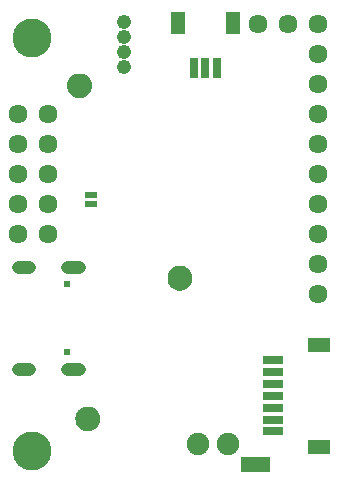
<source format=gbs>
G75*
G70*
%OFA0B0*%
%FSLAX24Y24*%
%IPPOS*%
%LPD*%
%AMOC8*
5,1,8,0,0,1.08239X$1,22.5*
%
%ADD10C,0.1300*%
%ADD11C,0.0000*%
%ADD12C,0.0001*%
%ADD13C,0.0634*%
%ADD14R,0.0276X0.0650*%
%ADD15R,0.0512X0.0749*%
%ADD16C,0.0749*%
%ADD17C,0.0476*%
%ADD18R,0.0650X0.0276*%
%ADD19R,0.0749X0.0512*%
%ADD20R,0.0440X0.0240*%
%ADD21C,0.0237*%
%ADD22C,0.0437*%
%ADD23R,0.0316X0.0434*%
D10*
X032350Y022154D03*
X032350Y035933D03*
D11*
X033634Y034624D02*
X033688Y034672D01*
X033750Y034711D01*
X033817Y034737D01*
X033889Y034750D01*
X033962Y034750D01*
X034033Y034737D01*
X034101Y034711D01*
X034162Y034672D01*
X034216Y034624D01*
X034260Y034566D01*
X034292Y034500D01*
X034312Y034431D01*
X034319Y034358D01*
X034312Y034286D01*
X034292Y034216D01*
X034260Y034151D01*
X034216Y034093D01*
X034162Y034044D01*
X034101Y034006D01*
X034033Y033980D01*
X033962Y033966D01*
X033889Y033966D01*
X033817Y033980D01*
X033750Y034006D01*
X033688Y034044D01*
X033634Y034093D01*
X033590Y034151D01*
X033558Y034216D01*
X033538Y034286D01*
X033531Y034358D01*
X033538Y034431D01*
X033558Y034500D01*
X033590Y034566D01*
X033634Y034624D01*
X037096Y028293D02*
X037164Y028320D01*
X037235Y028333D01*
X037308Y028333D01*
X037379Y028320D01*
X037447Y028293D01*
X037509Y028255D01*
X037563Y028206D01*
X037606Y028148D01*
X037639Y028083D01*
X037659Y028013D01*
X037665Y027941D01*
X037659Y027869D01*
X037639Y027799D01*
X037606Y027734D01*
X037563Y027676D01*
X037509Y027627D01*
X037447Y027589D01*
X037379Y027562D01*
X037308Y027549D01*
X037235Y027549D01*
X037164Y027562D01*
X037096Y027589D01*
X037034Y027627D01*
X036981Y027676D01*
X036937Y027734D01*
X036905Y027799D01*
X036885Y027869D01*
X036878Y027941D01*
X036885Y028013D01*
X036905Y028083D01*
X036937Y028148D01*
X036981Y028206D01*
X037034Y028255D01*
X037096Y028293D01*
X034376Y023608D02*
X034438Y023570D01*
X034492Y023521D01*
X034536Y023463D01*
X034568Y023398D01*
X034588Y023328D01*
X034594Y023256D01*
X034588Y023184D01*
X034568Y023114D01*
X034536Y023049D01*
X034492Y022991D01*
X034438Y022942D01*
X034376Y022903D01*
X034309Y022877D01*
X034237Y022864D01*
X034164Y022864D01*
X034093Y022877D01*
X034025Y022903D01*
X033964Y022942D01*
X033910Y022991D01*
X033866Y023049D01*
X033834Y023114D01*
X033814Y023184D01*
X033807Y023256D01*
X033814Y023328D01*
X033834Y023398D01*
X033866Y023463D01*
X033910Y023521D01*
X033964Y023570D01*
X034025Y023608D01*
X034093Y023635D01*
X034164Y023648D01*
X034237Y023648D01*
X034309Y023635D01*
X034376Y023608D01*
X039319Y021957D02*
X039319Y021484D01*
X040264Y021484D01*
X040264Y021957D01*
X039319Y021957D01*
D12*
X040264Y021957D01*
X040264Y021956D02*
X039319Y021956D01*
X039319Y021955D02*
X040264Y021955D01*
X040264Y021954D02*
X039319Y021954D01*
X039319Y021953D02*
X040264Y021953D01*
X040264Y021952D02*
X039319Y021952D01*
X039319Y021951D02*
X040264Y021951D01*
X040264Y021950D02*
X039319Y021950D01*
X039319Y021949D02*
X040264Y021949D01*
X040264Y021948D02*
X039319Y021948D01*
X039319Y021947D02*
X040264Y021947D01*
X040264Y021946D02*
X039319Y021946D01*
X039319Y021945D02*
X040264Y021945D01*
X040264Y021944D02*
X039319Y021944D01*
X039319Y021943D02*
X040264Y021943D01*
X040264Y021942D02*
X039319Y021942D01*
X039319Y021941D02*
X040264Y021941D01*
X040264Y021940D02*
X039319Y021940D01*
X039319Y021939D02*
X040264Y021939D01*
X040264Y021938D02*
X039319Y021938D01*
X039319Y021937D02*
X040264Y021937D01*
X040264Y021936D02*
X039319Y021936D01*
X039319Y021935D02*
X040264Y021935D01*
X040264Y021934D02*
X039319Y021934D01*
X039319Y021933D02*
X040264Y021933D01*
X040264Y021932D02*
X039319Y021932D01*
X039319Y021931D02*
X040264Y021931D01*
X040264Y021930D02*
X039319Y021930D01*
X039319Y021929D02*
X040264Y021929D01*
X040264Y021928D02*
X039319Y021928D01*
X039319Y021927D02*
X040264Y021927D01*
X040264Y021926D02*
X039319Y021926D01*
X039319Y021925D02*
X040264Y021925D01*
X040264Y021924D02*
X039319Y021924D01*
X039319Y021923D02*
X040264Y021923D01*
X040264Y021922D02*
X039319Y021922D01*
X039319Y021921D02*
X040264Y021921D01*
X040264Y021920D02*
X039319Y021920D01*
X039319Y021919D02*
X040264Y021919D01*
X040264Y021918D02*
X039319Y021918D01*
X039319Y021917D02*
X040264Y021917D01*
X040264Y021916D02*
X039319Y021916D01*
X039319Y021915D02*
X040264Y021915D01*
X040264Y021914D02*
X039319Y021914D01*
X039319Y021913D02*
X040264Y021913D01*
X040264Y021912D02*
X039319Y021912D01*
X039319Y021911D02*
X040264Y021911D01*
X040264Y021910D02*
X039319Y021910D01*
X039319Y021909D02*
X040264Y021909D01*
X040264Y021908D02*
X039319Y021908D01*
X039319Y021907D02*
X040264Y021907D01*
X040264Y021906D02*
X039319Y021906D01*
X039319Y021905D02*
X040264Y021905D01*
X040264Y021904D02*
X039319Y021904D01*
X039319Y021903D02*
X040264Y021903D01*
X040264Y021902D02*
X039319Y021902D01*
X039319Y021901D02*
X040264Y021901D01*
X040264Y021900D02*
X039319Y021900D01*
X039319Y021899D02*
X040264Y021899D01*
X040264Y021898D02*
X039319Y021898D01*
X039319Y021897D02*
X040264Y021897D01*
X040264Y021896D02*
X039319Y021896D01*
X039319Y021895D02*
X040264Y021895D01*
X040264Y021894D02*
X039319Y021894D01*
X039319Y021893D02*
X040264Y021893D01*
X040264Y021892D02*
X039319Y021892D01*
X039319Y021891D02*
X040264Y021891D01*
X040264Y021890D02*
X039319Y021890D01*
X039319Y021889D02*
X040264Y021889D01*
X040264Y021888D02*
X039319Y021888D01*
X039319Y021887D02*
X040264Y021887D01*
X040264Y021886D02*
X039319Y021886D01*
X039319Y021885D02*
X040264Y021885D01*
X040264Y021884D02*
X039319Y021884D01*
X039319Y021883D02*
X040264Y021883D01*
X040264Y021882D02*
X039319Y021882D01*
X039319Y021881D02*
X040264Y021881D01*
X040264Y021880D02*
X039319Y021880D01*
X039319Y021879D02*
X040264Y021879D01*
X040264Y021878D02*
X039319Y021878D01*
X039319Y021877D02*
X040264Y021877D01*
X040264Y021876D02*
X039319Y021876D01*
X039319Y021875D02*
X040264Y021875D01*
X040264Y021874D02*
X039319Y021874D01*
X039319Y021873D02*
X040264Y021873D01*
X040264Y021872D02*
X039319Y021872D01*
X039319Y021871D02*
X040264Y021871D01*
X040264Y021870D02*
X039319Y021870D01*
X039319Y021869D02*
X040264Y021869D01*
X040264Y021868D02*
X039319Y021868D01*
X039319Y021867D02*
X040264Y021867D01*
X040264Y021866D02*
X039319Y021866D01*
X039319Y021865D02*
X040264Y021865D01*
X040264Y021864D02*
X039319Y021864D01*
X039319Y021863D02*
X040264Y021863D01*
X040264Y021862D02*
X039319Y021862D01*
X039319Y021861D02*
X040264Y021861D01*
X040264Y021860D02*
X039319Y021860D01*
X039319Y021859D02*
X040264Y021859D01*
X040264Y021858D02*
X039319Y021858D01*
X039319Y021857D02*
X040264Y021857D01*
X040264Y021856D02*
X039319Y021856D01*
X039319Y021855D02*
X040264Y021855D01*
X040264Y021854D02*
X039319Y021854D01*
X039319Y021853D02*
X040264Y021853D01*
X040264Y021852D02*
X039319Y021852D01*
X039319Y021851D02*
X040264Y021851D01*
X040264Y021850D02*
X039319Y021850D01*
X039319Y021849D02*
X040264Y021849D01*
X040264Y021848D02*
X039319Y021848D01*
X039319Y021847D02*
X040264Y021847D01*
X040264Y021846D02*
X039319Y021846D01*
X039319Y021845D02*
X040264Y021845D01*
X040264Y021844D02*
X039319Y021844D01*
X039319Y021843D02*
X040264Y021843D01*
X040264Y021842D02*
X039319Y021842D01*
X039319Y021841D02*
X040264Y021841D01*
X040264Y021840D02*
X039319Y021840D01*
X039319Y021839D02*
X040264Y021839D01*
X040264Y021838D02*
X039319Y021838D01*
X039319Y021837D02*
X040264Y021837D01*
X040264Y021836D02*
X039319Y021836D01*
X039319Y021835D02*
X040264Y021835D01*
X040264Y021834D02*
X039319Y021834D01*
X039319Y021833D02*
X040264Y021833D01*
X040264Y021832D02*
X039319Y021832D01*
X039319Y021831D02*
X040264Y021831D01*
X040264Y021830D02*
X039319Y021830D01*
X039319Y021829D02*
X040264Y021829D01*
X040264Y021828D02*
X039319Y021828D01*
X039319Y021827D02*
X040264Y021827D01*
X040264Y021826D02*
X039319Y021826D01*
X039319Y021825D02*
X040264Y021825D01*
X040264Y021824D02*
X039319Y021824D01*
X039319Y021823D02*
X040264Y021823D01*
X040264Y021822D02*
X039319Y021822D01*
X039319Y021821D02*
X040264Y021821D01*
X040264Y021820D02*
X039319Y021820D01*
X039319Y021819D02*
X040264Y021819D01*
X040264Y021818D02*
X039319Y021818D01*
X039319Y021817D02*
X040264Y021817D01*
X040264Y021816D02*
X039319Y021816D01*
X039319Y021815D02*
X040264Y021815D01*
X040264Y021814D02*
X039319Y021814D01*
X039319Y021813D02*
X040264Y021813D01*
X040264Y021812D02*
X039319Y021812D01*
X039319Y021811D02*
X040264Y021811D01*
X040264Y021810D02*
X039319Y021810D01*
X039319Y021809D02*
X040264Y021809D01*
X040264Y021808D02*
X039319Y021808D01*
X039319Y021807D02*
X040264Y021807D01*
X040264Y021806D02*
X039319Y021806D01*
X039319Y021805D02*
X040264Y021805D01*
X040264Y021804D02*
X039319Y021804D01*
X039319Y021803D02*
X040264Y021803D01*
X040264Y021802D02*
X039319Y021802D01*
X039319Y021801D02*
X040264Y021801D01*
X040264Y021800D02*
X039319Y021800D01*
X039319Y021799D02*
X040264Y021799D01*
X040264Y021798D02*
X039319Y021798D01*
X039319Y021797D02*
X040264Y021797D01*
X040264Y021796D02*
X039319Y021796D01*
X039319Y021795D02*
X040264Y021795D01*
X040264Y021794D02*
X039319Y021794D01*
X039319Y021793D02*
X040264Y021793D01*
X040264Y021792D02*
X039319Y021792D01*
X039319Y021791D02*
X040264Y021791D01*
X040264Y021790D02*
X039319Y021790D01*
X039319Y021789D02*
X040264Y021789D01*
X040264Y021788D02*
X039319Y021788D01*
X039319Y021787D02*
X040264Y021787D01*
X040264Y021786D02*
X039319Y021786D01*
X039319Y021785D02*
X040264Y021785D01*
X040264Y021784D02*
X039319Y021784D01*
X039319Y021783D02*
X040264Y021783D01*
X040264Y021782D02*
X039319Y021782D01*
X039319Y021781D02*
X040264Y021781D01*
X040264Y021780D02*
X039319Y021780D01*
X039319Y021779D02*
X040264Y021779D01*
X040264Y021778D02*
X039319Y021778D01*
X039319Y021777D02*
X040264Y021777D01*
X040264Y021776D02*
X039319Y021776D01*
X039319Y021775D02*
X040264Y021775D01*
X040264Y021774D02*
X039319Y021774D01*
X039319Y021773D02*
X040264Y021773D01*
X040264Y021772D02*
X039319Y021772D01*
X039319Y021771D02*
X040264Y021771D01*
X040264Y021770D02*
X039319Y021770D01*
X039319Y021769D02*
X040264Y021769D01*
X040264Y021768D02*
X039319Y021768D01*
X039319Y021767D02*
X040264Y021767D01*
X040264Y021766D02*
X039319Y021766D01*
X039319Y021765D02*
X040264Y021765D01*
X040264Y021764D02*
X039319Y021764D01*
X039319Y021763D02*
X040264Y021763D01*
X040264Y021762D02*
X039319Y021762D01*
X039319Y021761D02*
X040264Y021761D01*
X040264Y021760D02*
X039319Y021760D01*
X039319Y021759D02*
X040264Y021759D01*
X040264Y021758D02*
X039319Y021758D01*
X039319Y021757D02*
X040264Y021757D01*
X040264Y021756D02*
X039319Y021756D01*
X039319Y021755D02*
X040264Y021755D01*
X040264Y021754D02*
X039319Y021754D01*
X039319Y021753D02*
X040264Y021753D01*
X040264Y021752D02*
X039319Y021752D01*
X039319Y021751D02*
X040264Y021751D01*
X040264Y021750D02*
X039319Y021750D01*
X039319Y021749D02*
X040264Y021749D01*
X040264Y021748D02*
X039319Y021748D01*
X039319Y021747D02*
X040264Y021747D01*
X040264Y021746D02*
X039319Y021746D01*
X039319Y021745D02*
X040264Y021745D01*
X040264Y021744D02*
X039319Y021744D01*
X039319Y021743D02*
X040264Y021743D01*
X040264Y021742D02*
X039319Y021742D01*
X039319Y021741D02*
X040264Y021741D01*
X040264Y021740D02*
X039319Y021740D01*
X039319Y021739D02*
X040264Y021739D01*
X040264Y021738D02*
X039319Y021738D01*
X039319Y021737D02*
X040264Y021737D01*
X040264Y021736D02*
X039319Y021736D01*
X039319Y021735D02*
X040264Y021735D01*
X040264Y021734D02*
X039319Y021734D01*
X039319Y021733D02*
X040264Y021733D01*
X040264Y021732D02*
X039319Y021732D01*
X039319Y021731D02*
X040264Y021731D01*
X040264Y021730D02*
X039319Y021730D01*
X039319Y021729D02*
X040264Y021729D01*
X040264Y021728D02*
X039319Y021728D01*
X039319Y021727D02*
X040264Y021727D01*
X040264Y021726D02*
X039319Y021726D01*
X039319Y021725D02*
X040264Y021725D01*
X040264Y021724D02*
X039319Y021724D01*
X039319Y021723D02*
X040264Y021723D01*
X040264Y021722D02*
X039319Y021722D01*
X039319Y021721D02*
X040264Y021721D01*
X040264Y021720D02*
X039319Y021720D01*
X039319Y021719D02*
X040264Y021719D01*
X040264Y021718D02*
X039319Y021718D01*
X039319Y021717D02*
X040264Y021717D01*
X040264Y021716D02*
X039319Y021716D01*
X039319Y021715D02*
X040264Y021715D01*
X040264Y021714D02*
X039319Y021714D01*
X039319Y021713D02*
X040264Y021713D01*
X040264Y021712D02*
X039319Y021712D01*
X039319Y021711D02*
X040264Y021711D01*
X040264Y021710D02*
X039319Y021710D01*
X039319Y021709D02*
X040264Y021709D01*
X040264Y021708D02*
X039319Y021708D01*
X039319Y021707D02*
X040264Y021707D01*
X040264Y021706D02*
X039319Y021706D01*
X039319Y021705D02*
X040264Y021705D01*
X040264Y021704D02*
X039319Y021704D01*
X039319Y021703D02*
X040264Y021703D01*
X040264Y021702D02*
X039319Y021702D01*
X039319Y021701D02*
X040264Y021701D01*
X040264Y021700D02*
X039319Y021700D01*
X039319Y021699D02*
X040264Y021699D01*
X040264Y021698D02*
X039319Y021698D01*
X039319Y021697D02*
X040264Y021697D01*
X040264Y021696D02*
X039319Y021696D01*
X039319Y021695D02*
X040264Y021695D01*
X040264Y021694D02*
X039319Y021694D01*
X039319Y021693D02*
X040264Y021693D01*
X040264Y021692D02*
X039319Y021692D01*
X039319Y021691D02*
X040264Y021691D01*
X040264Y021690D02*
X039319Y021690D01*
X039319Y021689D02*
X040264Y021689D01*
X040264Y021688D02*
X039319Y021688D01*
X039319Y021687D02*
X040264Y021687D01*
X040264Y021686D02*
X039319Y021686D01*
X039319Y021685D02*
X040264Y021685D01*
X040264Y021684D02*
X039319Y021684D01*
X039319Y021683D02*
X040264Y021683D01*
X040264Y021682D02*
X039319Y021682D01*
X039319Y021681D02*
X040264Y021681D01*
X040264Y021680D02*
X039319Y021680D01*
X039319Y021679D02*
X040264Y021679D01*
X040264Y021678D02*
X039319Y021678D01*
X039319Y021677D02*
X040264Y021677D01*
X040264Y021676D02*
X039319Y021676D01*
X039319Y021675D02*
X040264Y021675D01*
X040264Y021674D02*
X039319Y021674D01*
X039319Y021673D02*
X040264Y021673D01*
X040264Y021672D02*
X039319Y021672D01*
X039319Y021671D02*
X040264Y021671D01*
X040264Y021670D02*
X039319Y021670D01*
X039319Y021669D02*
X040264Y021669D01*
X040264Y021668D02*
X039319Y021668D01*
X039319Y021667D02*
X040264Y021667D01*
X040264Y021666D02*
X039319Y021666D01*
X039319Y021665D02*
X040264Y021665D01*
X040264Y021664D02*
X039319Y021664D01*
X039319Y021663D02*
X040264Y021663D01*
X040264Y021662D02*
X039319Y021662D01*
X039319Y021661D02*
X040264Y021661D01*
X040264Y021660D02*
X039319Y021660D01*
X039319Y021659D02*
X040264Y021659D01*
X040264Y021658D02*
X039319Y021658D01*
X039319Y021657D02*
X040264Y021657D01*
X040264Y021656D02*
X039319Y021656D01*
X039319Y021655D02*
X040264Y021655D01*
X040264Y021654D02*
X039319Y021654D01*
X039319Y021653D02*
X040264Y021653D01*
X040264Y021652D02*
X039319Y021652D01*
X039319Y021651D02*
X040264Y021651D01*
X040264Y021650D02*
X039319Y021650D01*
X039319Y021649D02*
X040264Y021649D01*
X040264Y021648D02*
X039319Y021648D01*
X039319Y021647D02*
X040264Y021647D01*
X040264Y021646D02*
X039319Y021646D01*
X039319Y021645D02*
X040264Y021645D01*
X040264Y021644D02*
X039319Y021644D01*
X039319Y021643D02*
X040264Y021643D01*
X040264Y021642D02*
X039319Y021642D01*
X039319Y021641D02*
X040264Y021641D01*
X040264Y021640D02*
X039319Y021640D01*
X039319Y021639D02*
X040264Y021639D01*
X040264Y021638D02*
X039319Y021638D01*
X039319Y021637D02*
X040264Y021637D01*
X040264Y021636D02*
X039319Y021636D01*
X039319Y021635D02*
X040264Y021635D01*
X040264Y021634D02*
X039319Y021634D01*
X039319Y021633D02*
X040264Y021633D01*
X040264Y021632D02*
X039319Y021632D01*
X039319Y021631D02*
X040264Y021631D01*
X040264Y021630D02*
X039319Y021630D01*
X039319Y021629D02*
X040264Y021629D01*
X040264Y021628D02*
X039319Y021628D01*
X039319Y021627D02*
X040264Y021627D01*
X040264Y021626D02*
X039319Y021626D01*
X039319Y021625D02*
X040264Y021625D01*
X040264Y021624D02*
X039319Y021624D01*
X039319Y021623D02*
X040264Y021623D01*
X040264Y021622D02*
X039319Y021622D01*
X039319Y021621D02*
X040264Y021621D01*
X040264Y021620D02*
X039319Y021620D01*
X039319Y021619D02*
X040264Y021619D01*
X040264Y021618D02*
X039319Y021618D01*
X039319Y021617D02*
X040264Y021617D01*
X040264Y021616D02*
X039319Y021616D01*
X039319Y021615D02*
X040264Y021615D01*
X040264Y021614D02*
X039319Y021614D01*
X039319Y021613D02*
X040264Y021613D01*
X040264Y021612D02*
X039319Y021612D01*
X039319Y021611D02*
X040264Y021611D01*
X040264Y021610D02*
X039319Y021610D01*
X039319Y021609D02*
X040264Y021609D01*
X040264Y021608D02*
X039319Y021608D01*
X039319Y021607D02*
X040264Y021607D01*
X040264Y021606D02*
X039319Y021606D01*
X039319Y021605D02*
X040264Y021605D01*
X040264Y021604D02*
X039319Y021604D01*
X039319Y021603D02*
X040264Y021603D01*
X040264Y021602D02*
X039319Y021602D01*
X039319Y021601D02*
X040264Y021601D01*
X040264Y021600D02*
X039319Y021600D01*
X039319Y021599D02*
X040264Y021599D01*
X040264Y021598D02*
X039319Y021598D01*
X039319Y021597D02*
X040264Y021597D01*
X040264Y021596D02*
X039319Y021596D01*
X039319Y021595D02*
X040264Y021595D01*
X040264Y021594D02*
X039319Y021594D01*
X039319Y021593D02*
X040264Y021593D01*
X040264Y021592D02*
X039319Y021592D01*
X039319Y021591D02*
X040264Y021591D01*
X040264Y021590D02*
X039319Y021590D01*
X039319Y021589D02*
X040264Y021589D01*
X040264Y021588D02*
X039319Y021588D01*
X039319Y021587D02*
X040264Y021587D01*
X040264Y021586D02*
X039319Y021586D01*
X039319Y021585D02*
X040264Y021585D01*
X040264Y021584D02*
X039319Y021584D01*
X039319Y021583D02*
X040264Y021583D01*
X040264Y021582D02*
X039319Y021582D01*
X039319Y021581D02*
X040264Y021581D01*
X040264Y021580D02*
X039319Y021580D01*
X039319Y021579D02*
X040264Y021579D01*
X040264Y021578D02*
X039319Y021578D01*
X039319Y021577D02*
X040264Y021577D01*
X040264Y021576D02*
X039319Y021576D01*
X039319Y021575D02*
X040264Y021575D01*
X040264Y021574D02*
X039319Y021574D01*
X039319Y021573D02*
X040264Y021573D01*
X040264Y021572D02*
X039319Y021572D01*
X039319Y021571D02*
X040264Y021571D01*
X040264Y021570D02*
X039319Y021570D01*
X039319Y021569D02*
X040264Y021569D01*
X040264Y021568D02*
X039319Y021568D01*
X039319Y021567D02*
X040264Y021567D01*
X040264Y021566D02*
X039319Y021566D01*
X039319Y021565D02*
X040264Y021565D01*
X040264Y021564D02*
X039319Y021564D01*
X039319Y021563D02*
X040264Y021563D01*
X040264Y021562D02*
X039319Y021562D01*
X039319Y021561D02*
X040264Y021561D01*
X040264Y021560D02*
X039319Y021560D01*
X039319Y021559D02*
X040264Y021559D01*
X040264Y021558D02*
X039319Y021558D01*
X039319Y021557D02*
X040264Y021557D01*
X040264Y021556D02*
X039319Y021556D01*
X039319Y021555D02*
X040264Y021555D01*
X040264Y021554D02*
X039319Y021554D01*
X039319Y021553D02*
X040264Y021553D01*
X040264Y021552D02*
X039319Y021552D01*
X039319Y021551D02*
X040264Y021551D01*
X040264Y021550D02*
X039319Y021550D01*
X039319Y021549D02*
X040264Y021549D01*
X040264Y021548D02*
X039319Y021548D01*
X039319Y021547D02*
X040264Y021547D01*
X040264Y021546D02*
X039319Y021546D01*
X039319Y021545D02*
X040264Y021545D01*
X040264Y021544D02*
X039319Y021544D01*
X039319Y021543D02*
X040264Y021543D01*
X040264Y021542D02*
X039319Y021542D01*
X039319Y021541D02*
X040264Y021541D01*
X040264Y021540D02*
X039319Y021540D01*
X039319Y021539D02*
X040264Y021539D01*
X040264Y021538D02*
X039319Y021538D01*
X039319Y021537D02*
X040264Y021537D01*
X040264Y021536D02*
X039319Y021536D01*
X039319Y021535D02*
X040264Y021535D01*
X040264Y021534D02*
X039319Y021534D01*
X039319Y021533D02*
X040264Y021533D01*
X040264Y021532D02*
X039319Y021532D01*
X039319Y021531D02*
X040264Y021531D01*
X040264Y021530D02*
X039319Y021530D01*
X039319Y021529D02*
X040264Y021529D01*
X040264Y021528D02*
X039319Y021528D01*
X039319Y021527D02*
X040264Y021527D01*
X040264Y021526D02*
X039319Y021526D01*
X039319Y021525D02*
X040264Y021525D01*
X040264Y021524D02*
X039319Y021524D01*
X039319Y021523D02*
X040264Y021523D01*
X040264Y021522D02*
X039319Y021522D01*
X039319Y021521D02*
X040264Y021521D01*
X040264Y021520D02*
X039319Y021520D01*
X039319Y021519D02*
X040264Y021519D01*
X040264Y021518D02*
X039319Y021518D01*
X039319Y021517D02*
X040264Y021517D01*
X040264Y021516D02*
X039319Y021516D01*
X039319Y021515D02*
X040264Y021515D01*
X040264Y021514D02*
X039319Y021514D01*
X039319Y021513D02*
X040264Y021513D01*
X040264Y021512D02*
X039319Y021512D01*
X039319Y021511D02*
X040264Y021511D01*
X040264Y021510D02*
X039319Y021510D01*
X039319Y021509D02*
X040264Y021509D01*
X040264Y021508D02*
X039319Y021508D01*
X039319Y021507D02*
X040264Y021507D01*
X040264Y021506D02*
X039319Y021506D01*
X039319Y021505D02*
X040264Y021505D01*
X040264Y021504D02*
X039319Y021504D01*
X039319Y021503D02*
X040264Y021503D01*
X040264Y021502D02*
X039319Y021502D01*
X039319Y021501D02*
X040264Y021501D01*
X040264Y021500D02*
X039319Y021500D01*
X039319Y021499D02*
X040264Y021499D01*
X040264Y021498D02*
X039319Y021498D01*
X039319Y021497D02*
X040264Y021497D01*
X040264Y021496D02*
X039319Y021496D01*
X039319Y021495D02*
X040264Y021495D01*
X040264Y021494D02*
X039319Y021494D01*
X039319Y021493D02*
X040264Y021493D01*
X040264Y021492D02*
X039319Y021492D01*
X039319Y021491D02*
X040264Y021491D01*
X040264Y021490D02*
X039319Y021490D01*
X039319Y021489D02*
X040264Y021489D01*
X040264Y021488D02*
X039319Y021488D01*
X039319Y021487D02*
X040264Y021487D01*
X040264Y021486D02*
X039319Y021486D01*
X039319Y021485D02*
X040264Y021485D01*
X034568Y023114D02*
X033833Y023114D01*
X033834Y023113D02*
X034568Y023113D01*
X034567Y023112D02*
X033834Y023112D01*
X033835Y023111D02*
X034567Y023111D01*
X034566Y023110D02*
X033835Y023110D01*
X033836Y023109D02*
X034566Y023109D01*
X034565Y023108D02*
X033836Y023108D01*
X033837Y023107D02*
X034565Y023107D01*
X034564Y023106D02*
X033837Y023106D01*
X033838Y023105D02*
X034564Y023105D01*
X034563Y023104D02*
X033838Y023104D01*
X033839Y023103D02*
X034563Y023103D01*
X034562Y023102D02*
X033839Y023102D01*
X033840Y023101D02*
X034562Y023101D01*
X034561Y023100D02*
X033840Y023100D01*
X033841Y023099D02*
X034561Y023099D01*
X034560Y023098D02*
X033841Y023098D01*
X033842Y023097D02*
X034560Y023097D01*
X034559Y023096D02*
X033842Y023096D01*
X033843Y023095D02*
X034559Y023095D01*
X034558Y023094D02*
X033843Y023094D01*
X033844Y023093D02*
X034558Y023093D01*
X034557Y023092D02*
X033844Y023092D01*
X033845Y023091D02*
X034557Y023091D01*
X034556Y023090D02*
X033845Y023090D01*
X033846Y023089D02*
X034556Y023089D01*
X034555Y023088D02*
X033846Y023088D01*
X033847Y023087D02*
X034555Y023087D01*
X034554Y023086D02*
X033847Y023086D01*
X033848Y023085D02*
X034554Y023085D01*
X034553Y023084D02*
X033848Y023084D01*
X033849Y023083D02*
X034553Y023083D01*
X034552Y023082D02*
X033849Y023082D01*
X033850Y023081D02*
X034552Y023081D01*
X034551Y023080D02*
X033850Y023080D01*
X033851Y023079D02*
X034551Y023079D01*
X034550Y023078D02*
X033851Y023078D01*
X033852Y023077D02*
X034550Y023077D01*
X034549Y023076D02*
X033852Y023076D01*
X033853Y023075D02*
X034549Y023075D01*
X034548Y023074D02*
X033853Y023074D01*
X033854Y023073D02*
X034548Y023073D01*
X034547Y023072D02*
X033854Y023072D01*
X033855Y023071D02*
X034547Y023071D01*
X034546Y023070D02*
X033855Y023070D01*
X033856Y023069D02*
X034546Y023069D01*
X034545Y023068D02*
X033856Y023068D01*
X033857Y023067D02*
X034545Y023067D01*
X034544Y023066D02*
X033857Y023066D01*
X033858Y023065D02*
X034544Y023065D01*
X034543Y023064D02*
X033858Y023064D01*
X033859Y023063D02*
X034543Y023063D01*
X034542Y023062D02*
X033859Y023062D01*
X033860Y023061D02*
X034542Y023061D01*
X034541Y023060D02*
X033860Y023060D01*
X033861Y023059D02*
X034541Y023059D01*
X034540Y023058D02*
X033861Y023058D01*
X033862Y023057D02*
X034540Y023057D01*
X034539Y023056D02*
X033862Y023056D01*
X033863Y023055D02*
X034539Y023055D01*
X034538Y023054D02*
X033863Y023054D01*
X033864Y023053D02*
X034538Y023053D01*
X034537Y023052D02*
X033864Y023052D01*
X033865Y023051D02*
X034537Y023051D01*
X034536Y023050D02*
X033865Y023050D01*
X033866Y023049D02*
X034536Y023049D01*
X034535Y023048D02*
X033866Y023048D01*
X033867Y023047D02*
X034535Y023047D01*
X034534Y023046D02*
X033868Y023046D01*
X033868Y023045D02*
X034533Y023045D01*
X034532Y023044D02*
X033869Y023044D01*
X033870Y023043D02*
X034532Y023043D01*
X034531Y023042D02*
X033871Y023042D01*
X033871Y023041D02*
X034530Y023041D01*
X034529Y023040D02*
X033872Y023040D01*
X033873Y023039D02*
X034529Y023039D01*
X034528Y023038D02*
X033874Y023038D01*
X033875Y023037D02*
X034527Y023037D01*
X034526Y023036D02*
X033875Y023036D01*
X033876Y023035D02*
X034526Y023035D01*
X034525Y023034D02*
X033877Y023034D01*
X033878Y023033D02*
X034524Y023033D01*
X034523Y023032D02*
X033878Y023032D01*
X033879Y023031D02*
X034523Y023031D01*
X034522Y023030D02*
X033880Y023030D01*
X033881Y023029D02*
X034521Y023029D01*
X034520Y023028D02*
X033881Y023028D01*
X033882Y023027D02*
X034520Y023027D01*
X034519Y023026D02*
X033883Y023026D01*
X033884Y023025D02*
X034518Y023025D01*
X034517Y023024D02*
X033884Y023024D01*
X033885Y023023D02*
X034517Y023023D01*
X034516Y023022D02*
X033886Y023022D01*
X033887Y023021D02*
X034515Y023021D01*
X034514Y023020D02*
X033887Y023020D01*
X033888Y023019D02*
X034513Y023019D01*
X034513Y023018D02*
X033889Y023018D01*
X033890Y023017D02*
X034512Y023017D01*
X034511Y023016D02*
X033890Y023016D01*
X033891Y023015D02*
X034510Y023015D01*
X034510Y023014D02*
X033892Y023014D01*
X033893Y023013D02*
X034509Y023013D01*
X034508Y023012D02*
X033893Y023012D01*
X033894Y023011D02*
X034507Y023011D01*
X034507Y023010D02*
X033895Y023010D01*
X033896Y023009D02*
X034506Y023009D01*
X034505Y023008D02*
X033896Y023008D01*
X033897Y023007D02*
X034504Y023007D01*
X034504Y023006D02*
X033898Y023006D01*
X033899Y023005D02*
X034503Y023005D01*
X034502Y023004D02*
X033899Y023004D01*
X033900Y023003D02*
X034501Y023003D01*
X034501Y023002D02*
X033901Y023002D01*
X033902Y023001D02*
X034500Y023001D01*
X034499Y023000D02*
X033902Y023000D01*
X033903Y022999D02*
X034498Y022999D01*
X034498Y022998D02*
X033904Y022998D01*
X033905Y022997D02*
X034497Y022997D01*
X034496Y022996D02*
X033905Y022996D01*
X033906Y022995D02*
X034495Y022995D01*
X034495Y022994D02*
X033907Y022994D01*
X033908Y022993D02*
X034494Y022993D01*
X034493Y022992D02*
X033908Y022992D01*
X033909Y022991D02*
X034492Y022991D01*
X034492Y022990D02*
X033910Y022990D01*
X033911Y022989D02*
X034490Y022989D01*
X034489Y022988D02*
X033912Y022988D01*
X033913Y022988D02*
X034488Y022988D01*
X034487Y022987D02*
X033914Y022987D01*
X033916Y022986D02*
X034486Y022986D01*
X034485Y022985D02*
X033917Y022985D01*
X033918Y022984D02*
X034484Y022984D01*
X034483Y022983D02*
X033919Y022983D01*
X033920Y022982D02*
X034482Y022982D01*
X034481Y022981D02*
X033921Y022981D01*
X033922Y022980D02*
X034479Y022980D01*
X034478Y022979D02*
X033923Y022979D01*
X033924Y022978D02*
X034477Y022978D01*
X034476Y022977D02*
X033925Y022977D01*
X033926Y022976D02*
X034475Y022976D01*
X034474Y022975D02*
X033928Y022975D01*
X033929Y022974D02*
X034473Y022974D01*
X034472Y022973D02*
X033930Y022973D01*
X033931Y022972D02*
X034471Y022972D01*
X034470Y022971D02*
X033932Y022971D01*
X033933Y022970D02*
X034469Y022970D01*
X034467Y022969D02*
X033934Y022969D01*
X033935Y022968D02*
X034466Y022968D01*
X034465Y022967D02*
X033936Y022967D01*
X033937Y022966D02*
X034464Y022966D01*
X034463Y022965D02*
X033939Y022965D01*
X033940Y022964D02*
X034462Y022964D01*
X034461Y022963D02*
X033941Y022963D01*
X033942Y022962D02*
X034460Y022962D01*
X034459Y022961D02*
X033943Y022961D01*
X033944Y022960D02*
X034458Y022960D01*
X034456Y022959D02*
X033945Y022959D01*
X033946Y022958D02*
X034455Y022958D01*
X034454Y022957D02*
X033947Y022957D01*
X033948Y022956D02*
X034453Y022956D01*
X034452Y022955D02*
X033949Y022955D01*
X033951Y022954D02*
X034451Y022954D01*
X034450Y022953D02*
X033952Y022953D01*
X033953Y022952D02*
X034449Y022952D01*
X034448Y022951D02*
X033954Y022951D01*
X033955Y022950D02*
X034447Y022950D01*
X034446Y022949D02*
X033956Y022949D01*
X033957Y022948D02*
X034444Y022948D01*
X034443Y022947D02*
X033958Y022947D01*
X033959Y022946D02*
X034442Y022946D01*
X034441Y022945D02*
X033960Y022945D01*
X033962Y022944D02*
X034440Y022944D01*
X034439Y022943D02*
X033963Y022943D01*
X033964Y022942D02*
X034438Y022942D01*
X034436Y022941D02*
X033965Y022941D01*
X033967Y022940D02*
X034435Y022940D01*
X034433Y022939D02*
X033969Y022939D01*
X033970Y022938D02*
X034431Y022938D01*
X034430Y022937D02*
X033972Y022937D01*
X033974Y022936D02*
X034428Y022936D01*
X034426Y022935D02*
X033975Y022935D01*
X033977Y022934D02*
X034425Y022934D01*
X034423Y022933D02*
X033978Y022933D01*
X033980Y022932D02*
X034422Y022932D01*
X034420Y022931D02*
X033982Y022931D01*
X033983Y022930D02*
X034418Y022930D01*
X034417Y022929D02*
X033985Y022929D01*
X033986Y022928D02*
X034415Y022928D01*
X034414Y022927D02*
X033988Y022927D01*
X033990Y022926D02*
X034412Y022926D01*
X034410Y022925D02*
X033991Y022925D01*
X033993Y022924D02*
X034409Y022924D01*
X034407Y022923D02*
X033994Y022923D01*
X033996Y022922D02*
X034405Y022922D01*
X034404Y022921D02*
X033998Y022921D01*
X033999Y022920D02*
X034402Y022920D01*
X034401Y022919D02*
X034001Y022919D01*
X034003Y022918D02*
X034399Y022918D01*
X034397Y022917D02*
X034004Y022917D01*
X034006Y022916D02*
X034396Y022916D01*
X034394Y022915D02*
X034007Y022915D01*
X034009Y022914D02*
X034393Y022914D01*
X034391Y022913D02*
X034011Y022913D01*
X034012Y022912D02*
X034389Y022912D01*
X034388Y022911D02*
X034014Y022911D01*
X034015Y022910D02*
X034386Y022910D01*
X034385Y022909D02*
X034017Y022909D01*
X034019Y022908D02*
X034383Y022908D01*
X034381Y022907D02*
X034020Y022907D01*
X034022Y022906D02*
X034380Y022906D01*
X034378Y022905D02*
X034024Y022905D01*
X034025Y022904D02*
X034376Y022904D01*
X034374Y022903D02*
X034028Y022903D01*
X034030Y022902D02*
X034371Y022902D01*
X034369Y022901D02*
X034033Y022901D01*
X034035Y022900D02*
X034366Y022900D01*
X034364Y022899D02*
X034038Y022899D01*
X034041Y022898D02*
X034361Y022898D01*
X034358Y022897D02*
X034043Y022897D01*
X034046Y022896D02*
X034356Y022896D01*
X034353Y022895D02*
X034048Y022895D01*
X034051Y022894D02*
X034351Y022894D01*
X034348Y022893D02*
X034053Y022893D01*
X034056Y022892D02*
X034346Y022892D01*
X034343Y022891D02*
X034059Y022891D01*
X034061Y022890D02*
X034340Y022890D01*
X034338Y022889D02*
X034064Y022889D01*
X034066Y022888D02*
X034335Y022888D01*
X034333Y022887D02*
X034069Y022887D01*
X034071Y022886D02*
X034330Y022886D01*
X034328Y022885D02*
X034074Y022885D01*
X034077Y022884D02*
X034325Y022884D01*
X034322Y022883D02*
X034079Y022883D01*
X034082Y022882D02*
X034320Y022882D01*
X034317Y022881D02*
X034084Y022881D01*
X034087Y022880D02*
X034315Y022880D01*
X034312Y022879D02*
X034090Y022879D01*
X034092Y022878D02*
X034309Y022878D01*
X034305Y022877D02*
X034096Y022877D01*
X034102Y022876D02*
X034300Y022876D01*
X034294Y022875D02*
X034107Y022875D01*
X034112Y022874D02*
X034289Y022874D01*
X034284Y022873D02*
X034118Y022873D01*
X034123Y022872D02*
X034278Y022872D01*
X034273Y022871D02*
X034128Y022871D01*
X034134Y022870D02*
X034268Y022870D01*
X034262Y022869D02*
X034139Y022869D01*
X034144Y022868D02*
X034257Y022868D01*
X034252Y022867D02*
X034150Y022867D01*
X034155Y022866D02*
X034246Y022866D01*
X034241Y022865D02*
X034161Y022865D01*
X033833Y023115D02*
X034568Y023115D01*
X034569Y023116D02*
X033833Y023116D01*
X033833Y023117D02*
X034569Y023117D01*
X034569Y023118D02*
X033832Y023118D01*
X033832Y023119D02*
X034570Y023119D01*
X034570Y023120D02*
X033832Y023120D01*
X033831Y023121D02*
X034570Y023121D01*
X034570Y023122D02*
X033831Y023122D01*
X033831Y023123D02*
X034571Y023123D01*
X034571Y023124D02*
X033831Y023124D01*
X033830Y023125D02*
X034571Y023125D01*
X034572Y023126D02*
X033830Y023126D01*
X033830Y023127D02*
X034572Y023127D01*
X034572Y023128D02*
X033829Y023128D01*
X033829Y023129D02*
X034572Y023129D01*
X034573Y023130D02*
X033829Y023130D01*
X033829Y023131D02*
X034573Y023131D01*
X034573Y023132D02*
X033828Y023132D01*
X033828Y023133D02*
X034574Y023133D01*
X034574Y023134D02*
X033828Y023134D01*
X033828Y023135D02*
X034574Y023135D01*
X034574Y023136D02*
X033827Y023136D01*
X033827Y023137D02*
X034575Y023137D01*
X034575Y023138D02*
X033827Y023138D01*
X033826Y023139D02*
X034575Y023139D01*
X034575Y023140D02*
X033826Y023140D01*
X033826Y023141D02*
X034576Y023141D01*
X034576Y023142D02*
X033826Y023142D01*
X033825Y023143D02*
X034576Y023143D01*
X034577Y023144D02*
X033825Y023144D01*
X033825Y023145D02*
X034577Y023145D01*
X034577Y023146D02*
X033824Y023146D01*
X033824Y023147D02*
X034577Y023147D01*
X034578Y023148D02*
X033824Y023148D01*
X033824Y023149D02*
X034578Y023149D01*
X034578Y023150D02*
X033823Y023150D01*
X033823Y023151D02*
X034579Y023151D01*
X034579Y023152D02*
X033823Y023152D01*
X033822Y023153D02*
X034579Y023153D01*
X034579Y023154D02*
X033822Y023154D01*
X033822Y023155D02*
X034580Y023155D01*
X034580Y023156D02*
X033822Y023156D01*
X033821Y023157D02*
X034580Y023157D01*
X034581Y023158D02*
X033821Y023158D01*
X033821Y023159D02*
X034581Y023159D01*
X034581Y023160D02*
X033820Y023160D01*
X033820Y023161D02*
X034581Y023161D01*
X034582Y023162D02*
X033820Y023162D01*
X033820Y023163D02*
X034582Y023163D01*
X034582Y023164D02*
X033819Y023164D01*
X033819Y023165D02*
X034583Y023165D01*
X034583Y023166D02*
X033819Y023166D01*
X033818Y023167D02*
X034583Y023167D01*
X034583Y023168D02*
X033818Y023168D01*
X033818Y023169D02*
X034584Y023169D01*
X034584Y023170D02*
X033818Y023170D01*
X033817Y023171D02*
X034584Y023171D01*
X034585Y023172D02*
X033817Y023172D01*
X033817Y023173D02*
X034585Y023173D01*
X034585Y023174D02*
X033816Y023174D01*
X033816Y023175D02*
X034585Y023175D01*
X034586Y023176D02*
X033816Y023176D01*
X033816Y023177D02*
X034586Y023177D01*
X034586Y023178D02*
X033815Y023178D01*
X033815Y023179D02*
X034587Y023179D01*
X034587Y023180D02*
X033815Y023180D01*
X033814Y023181D02*
X034587Y023181D01*
X034587Y023182D02*
X033814Y023182D01*
X033814Y023183D02*
X034588Y023183D01*
X034588Y023184D02*
X033814Y023184D01*
X033814Y023185D02*
X034588Y023185D01*
X034588Y023186D02*
X033814Y023186D01*
X033813Y023187D02*
X034588Y023187D01*
X034588Y023188D02*
X033813Y023188D01*
X033813Y023189D02*
X034588Y023189D01*
X034588Y023190D02*
X033813Y023190D01*
X033813Y023191D02*
X034589Y023191D01*
X034589Y023192D02*
X033813Y023192D01*
X033813Y023193D02*
X034589Y023193D01*
X034589Y023194D02*
X033813Y023194D01*
X033813Y023195D02*
X034589Y023195D01*
X034589Y023196D02*
X033813Y023196D01*
X033813Y023197D02*
X034589Y023197D01*
X034589Y023198D02*
X033812Y023198D01*
X033812Y023199D02*
X034589Y023199D01*
X034589Y023200D02*
X033812Y023200D01*
X033812Y023201D02*
X034589Y023201D01*
X034590Y023202D02*
X033812Y023202D01*
X033812Y023203D02*
X034590Y023203D01*
X034590Y023204D02*
X033812Y023204D01*
X033812Y023205D02*
X034590Y023205D01*
X034590Y023206D02*
X033812Y023206D01*
X033812Y023207D02*
X034590Y023207D01*
X034590Y023208D02*
X033812Y023208D01*
X033811Y023209D02*
X034590Y023209D01*
X034590Y023210D02*
X033811Y023210D01*
X033811Y023211D02*
X034590Y023211D01*
X034590Y023212D02*
X033811Y023212D01*
X033811Y023213D02*
X034591Y023213D01*
X034591Y023214D02*
X033811Y023214D01*
X033811Y023215D02*
X034591Y023215D01*
X034591Y023216D02*
X033811Y023216D01*
X033811Y023217D02*
X034591Y023217D01*
X034591Y023218D02*
X033811Y023218D01*
X033810Y023219D02*
X034591Y023219D01*
X034591Y023220D02*
X033810Y023220D01*
X033810Y023221D02*
X034591Y023221D01*
X034591Y023222D02*
X033810Y023222D01*
X033810Y023223D02*
X034591Y023223D01*
X034592Y023224D02*
X033810Y023224D01*
X033810Y023225D02*
X034592Y023225D01*
X034592Y023226D02*
X033810Y023226D01*
X033810Y023227D02*
X034592Y023227D01*
X034592Y023228D02*
X033810Y023228D01*
X033810Y023229D02*
X034592Y023229D01*
X034592Y023230D02*
X033809Y023230D01*
X033809Y023231D02*
X034592Y023231D01*
X034592Y023232D02*
X033809Y023232D01*
X033809Y023233D02*
X034592Y023233D01*
X034592Y023234D02*
X033809Y023234D01*
X033809Y023235D02*
X034593Y023235D01*
X034593Y023236D02*
X033809Y023236D01*
X033809Y023237D02*
X034593Y023237D01*
X034593Y023238D02*
X033809Y023238D01*
X033809Y023239D02*
X034593Y023239D01*
X034593Y023240D02*
X033809Y023240D01*
X033808Y023241D02*
X034593Y023241D01*
X034593Y023242D02*
X033808Y023242D01*
X033808Y023243D02*
X034593Y023243D01*
X034593Y023244D02*
X033808Y023244D01*
X033808Y023245D02*
X034594Y023245D01*
X034594Y023246D02*
X033808Y023246D01*
X033808Y023247D02*
X034594Y023247D01*
X034594Y023248D02*
X033808Y023248D01*
X033808Y023249D02*
X034594Y023249D01*
X034594Y023250D02*
X033808Y023250D01*
X033808Y023251D02*
X034594Y023251D01*
X034594Y023252D02*
X033807Y023252D01*
X033807Y023253D02*
X034594Y023253D01*
X034594Y023254D02*
X033807Y023254D01*
X033807Y023255D02*
X034594Y023255D01*
X034594Y023256D02*
X033807Y023256D01*
X033807Y023257D02*
X034594Y023257D01*
X034594Y023258D02*
X033807Y023258D01*
X033807Y023259D02*
X034594Y023259D01*
X034594Y023260D02*
X033807Y023260D01*
X033808Y023261D02*
X034594Y023261D01*
X034594Y023262D02*
X033808Y023262D01*
X033808Y023263D02*
X034594Y023263D01*
X034594Y023264D02*
X033808Y023264D01*
X033808Y023265D02*
X034594Y023265D01*
X034594Y023266D02*
X033808Y023266D01*
X033808Y023267D02*
X034593Y023267D01*
X034593Y023268D02*
X033808Y023268D01*
X033808Y023269D02*
X034593Y023269D01*
X034593Y023270D02*
X033808Y023270D01*
X033809Y023271D02*
X034593Y023271D01*
X034593Y023272D02*
X033809Y023272D01*
X033809Y023273D02*
X034593Y023273D01*
X034593Y023274D02*
X033809Y023274D01*
X033809Y023275D02*
X034593Y023275D01*
X034593Y023276D02*
X033809Y023276D01*
X033809Y023277D02*
X034593Y023277D01*
X034592Y023278D02*
X033809Y023278D01*
X033809Y023279D02*
X034592Y023279D01*
X034592Y023280D02*
X033809Y023280D01*
X033809Y023281D02*
X034592Y023281D01*
X034592Y023282D02*
X033810Y023282D01*
X033810Y023283D02*
X034592Y023283D01*
X034592Y023284D02*
X033810Y023284D01*
X033810Y023285D02*
X034592Y023285D01*
X034592Y023286D02*
X033810Y023286D01*
X033810Y023287D02*
X034592Y023287D01*
X034591Y023288D02*
X033810Y023288D01*
X033810Y023289D02*
X034591Y023289D01*
X034591Y023290D02*
X033810Y023290D01*
X033810Y023291D02*
X034591Y023291D01*
X034591Y023292D02*
X033810Y023292D01*
X033811Y023293D02*
X034591Y023293D01*
X034591Y023294D02*
X033811Y023294D01*
X033811Y023295D02*
X034591Y023295D01*
X034591Y023296D02*
X033811Y023296D01*
X033811Y023297D02*
X034591Y023297D01*
X034591Y023298D02*
X033811Y023298D01*
X033811Y023299D02*
X034590Y023299D01*
X034590Y023300D02*
X033811Y023300D01*
X033811Y023301D02*
X034590Y023301D01*
X034590Y023302D02*
X033811Y023302D01*
X033811Y023303D02*
X034590Y023303D01*
X034590Y023304D02*
X033812Y023304D01*
X033812Y023305D02*
X034590Y023305D01*
X034590Y023306D02*
X033812Y023306D01*
X033812Y023307D02*
X034590Y023307D01*
X034590Y023308D02*
X033812Y023308D01*
X033812Y023309D02*
X034590Y023309D01*
X034589Y023310D02*
X033812Y023310D01*
X033812Y023311D02*
X034589Y023311D01*
X034589Y023312D02*
X033812Y023312D01*
X033812Y023313D02*
X034589Y023313D01*
X034589Y023314D02*
X033812Y023314D01*
X033813Y023315D02*
X034589Y023315D01*
X034589Y023316D02*
X033813Y023316D01*
X033813Y023317D02*
X034589Y023317D01*
X034589Y023318D02*
X033813Y023318D01*
X033813Y023319D02*
X034589Y023319D01*
X034589Y023320D02*
X033813Y023320D01*
X033813Y023321D02*
X034588Y023321D01*
X034588Y023322D02*
X033813Y023322D01*
X033813Y023323D02*
X034588Y023323D01*
X034588Y023324D02*
X033813Y023324D01*
X033814Y023325D02*
X034588Y023325D01*
X034588Y023326D02*
X033814Y023326D01*
X033814Y023327D02*
X034588Y023327D01*
X034588Y023328D02*
X033814Y023328D01*
X033814Y023329D02*
X034588Y023329D01*
X034587Y023330D02*
X033814Y023330D01*
X033815Y023331D02*
X034587Y023331D01*
X034587Y023332D02*
X033815Y023332D01*
X033815Y023333D02*
X034586Y023333D01*
X034586Y023334D02*
X033815Y023334D01*
X033816Y023335D02*
X034586Y023335D01*
X034586Y023336D02*
X033816Y023336D01*
X033816Y023337D02*
X034585Y023337D01*
X034585Y023338D02*
X033817Y023338D01*
X033817Y023339D02*
X034585Y023339D01*
X034584Y023340D02*
X033817Y023340D01*
X033817Y023341D02*
X034584Y023341D01*
X034584Y023342D02*
X033818Y023342D01*
X033818Y023343D02*
X034584Y023343D01*
X034583Y023344D02*
X033818Y023344D01*
X033819Y023345D02*
X034583Y023345D01*
X034583Y023346D02*
X033819Y023346D01*
X033819Y023347D02*
X034582Y023347D01*
X034582Y023348D02*
X033819Y023348D01*
X033820Y023349D02*
X034582Y023349D01*
X034582Y023350D02*
X033820Y023350D01*
X033820Y023351D02*
X034581Y023351D01*
X034581Y023352D02*
X033821Y023352D01*
X033821Y023353D02*
X034581Y023353D01*
X034580Y023354D02*
X033821Y023354D01*
X033821Y023355D02*
X034580Y023355D01*
X034580Y023356D02*
X033822Y023356D01*
X033822Y023357D02*
X034580Y023357D01*
X034579Y023358D02*
X033822Y023358D01*
X033823Y023359D02*
X034579Y023359D01*
X034579Y023360D02*
X033823Y023360D01*
X033823Y023361D02*
X034578Y023361D01*
X034578Y023362D02*
X033823Y023362D01*
X033824Y023363D02*
X034578Y023363D01*
X034578Y023364D02*
X033824Y023364D01*
X033824Y023365D02*
X034577Y023365D01*
X034577Y023366D02*
X033825Y023366D01*
X033825Y023367D02*
X034577Y023367D01*
X034576Y023368D02*
X033825Y023368D01*
X033825Y023369D02*
X034576Y023369D01*
X034576Y023370D02*
X033826Y023370D01*
X033826Y023371D02*
X034576Y023371D01*
X034575Y023372D02*
X033826Y023372D01*
X033827Y023373D02*
X034575Y023373D01*
X034575Y023374D02*
X033827Y023374D01*
X033827Y023375D02*
X034574Y023375D01*
X034574Y023376D02*
X033827Y023376D01*
X033828Y023377D02*
X034574Y023377D01*
X034574Y023378D02*
X033828Y023378D01*
X033828Y023379D02*
X034573Y023379D01*
X034573Y023380D02*
X033829Y023380D01*
X033829Y023381D02*
X034573Y023381D01*
X034572Y023382D02*
X033829Y023382D01*
X033829Y023383D02*
X034572Y023383D01*
X034572Y023384D02*
X033830Y023384D01*
X033830Y023385D02*
X034572Y023385D01*
X034571Y023386D02*
X033830Y023386D01*
X033831Y023387D02*
X034571Y023387D01*
X034571Y023388D02*
X033831Y023388D01*
X033831Y023389D02*
X034570Y023389D01*
X034570Y023390D02*
X033831Y023390D01*
X033832Y023391D02*
X034570Y023391D01*
X034570Y023392D02*
X033832Y023392D01*
X033832Y023393D02*
X034569Y023393D01*
X034569Y023394D02*
X033833Y023394D01*
X033833Y023395D02*
X034569Y023395D01*
X034568Y023396D02*
X033833Y023396D01*
X033833Y023397D02*
X034568Y023397D01*
X034568Y023398D02*
X033834Y023398D01*
X033834Y023399D02*
X034567Y023399D01*
X034567Y023400D02*
X033835Y023400D01*
X033835Y023401D02*
X034566Y023401D01*
X034566Y023402D02*
X033836Y023402D01*
X033836Y023403D02*
X034565Y023403D01*
X034565Y023404D02*
X033837Y023404D01*
X033837Y023405D02*
X034564Y023405D01*
X034564Y023406D02*
X033838Y023406D01*
X033838Y023407D02*
X034563Y023407D01*
X034563Y023408D02*
X033839Y023408D01*
X033839Y023409D02*
X034562Y023409D01*
X034562Y023410D02*
X033840Y023410D01*
X033840Y023411D02*
X034561Y023411D01*
X034561Y023412D02*
X033841Y023412D01*
X033841Y023413D02*
X034560Y023413D01*
X034560Y023414D02*
X033842Y023414D01*
X033842Y023415D02*
X034559Y023415D01*
X034559Y023416D02*
X033843Y023416D01*
X033843Y023417D02*
X034558Y023417D01*
X034558Y023418D02*
X033844Y023418D01*
X033844Y023419D02*
X034557Y023419D01*
X034557Y023420D02*
X033845Y023420D01*
X033845Y023421D02*
X034556Y023421D01*
X034556Y023422D02*
X033846Y023422D01*
X033846Y023423D02*
X034555Y023423D01*
X034555Y023424D02*
X033847Y023424D01*
X033847Y023425D02*
X034554Y023425D01*
X034554Y023426D02*
X033848Y023426D01*
X033848Y023427D02*
X034553Y023427D01*
X034553Y023428D02*
X033849Y023428D01*
X033849Y023429D02*
X034552Y023429D01*
X034552Y023430D02*
X033850Y023430D01*
X033850Y023431D02*
X034552Y023431D01*
X034551Y023432D02*
X033851Y023432D01*
X033851Y023433D02*
X034551Y023433D01*
X034550Y023434D02*
X033852Y023434D01*
X033852Y023435D02*
X034550Y023435D01*
X034549Y023436D02*
X033853Y023436D01*
X033853Y023437D02*
X034549Y023437D01*
X034548Y023438D02*
X033854Y023438D01*
X033854Y023439D02*
X034548Y023439D01*
X034547Y023440D02*
X033855Y023440D01*
X033855Y023441D02*
X034547Y023441D01*
X034546Y023442D02*
X033856Y023442D01*
X033856Y023443D02*
X034546Y023443D01*
X034545Y023444D02*
X033857Y023444D01*
X033857Y023445D02*
X034545Y023445D01*
X034544Y023446D02*
X033858Y023446D01*
X033858Y023447D02*
X034544Y023447D01*
X034543Y023448D02*
X033859Y023448D01*
X033859Y023449D02*
X034543Y023449D01*
X034542Y023450D02*
X033860Y023450D01*
X033860Y023451D02*
X034542Y023451D01*
X034541Y023452D02*
X033861Y023452D01*
X033861Y023453D02*
X034541Y023453D01*
X034540Y023454D02*
X033862Y023454D01*
X033862Y023455D02*
X034540Y023455D01*
X034539Y023456D02*
X033863Y023456D01*
X033863Y023457D02*
X034539Y023457D01*
X034538Y023458D02*
X033864Y023458D01*
X033864Y023459D02*
X034538Y023459D01*
X034537Y023460D02*
X033864Y023460D01*
X033865Y023461D02*
X034537Y023461D01*
X034536Y023462D02*
X033865Y023462D01*
X033866Y023463D02*
X034536Y023463D01*
X034535Y023464D02*
X033867Y023464D01*
X033867Y023465D02*
X034534Y023465D01*
X034533Y023466D02*
X033868Y023466D01*
X033869Y023467D02*
X034533Y023467D01*
X034532Y023468D02*
X033870Y023468D01*
X033870Y023469D02*
X034531Y023469D01*
X034530Y023470D02*
X033871Y023470D01*
X033872Y023471D02*
X034530Y023471D01*
X034529Y023472D02*
X033873Y023472D01*
X033874Y023473D02*
X034528Y023473D01*
X034527Y023474D02*
X033874Y023474D01*
X033875Y023475D02*
X034527Y023475D01*
X034526Y023476D02*
X033876Y023476D01*
X033877Y023477D02*
X034525Y023477D01*
X034524Y023478D02*
X033877Y023478D01*
X033878Y023479D02*
X034524Y023479D01*
X034523Y023480D02*
X033879Y023480D01*
X033880Y023481D02*
X034522Y023481D01*
X034521Y023482D02*
X033880Y023482D01*
X033881Y023483D02*
X034521Y023483D01*
X034520Y023484D02*
X033882Y023484D01*
X033883Y023485D02*
X034519Y023485D01*
X034518Y023486D02*
X033883Y023486D01*
X033884Y023487D02*
X034518Y023487D01*
X034517Y023488D02*
X033885Y023488D01*
X033886Y023489D02*
X034516Y023489D01*
X034515Y023490D02*
X033886Y023490D01*
X033887Y023491D02*
X034514Y023491D01*
X034514Y023492D02*
X033888Y023492D01*
X033889Y023493D02*
X034513Y023493D01*
X034512Y023494D02*
X033889Y023494D01*
X033890Y023495D02*
X034511Y023495D01*
X034511Y023496D02*
X033891Y023496D01*
X033892Y023497D02*
X034510Y023497D01*
X034509Y023498D02*
X033892Y023498D01*
X033893Y023499D02*
X034508Y023499D01*
X034508Y023500D02*
X033894Y023500D01*
X033895Y023501D02*
X034507Y023501D01*
X034506Y023502D02*
X033895Y023502D01*
X033896Y023503D02*
X034505Y023503D01*
X034505Y023504D02*
X033897Y023504D01*
X033898Y023505D02*
X034504Y023505D01*
X034503Y023506D02*
X033898Y023506D01*
X033899Y023507D02*
X034502Y023507D01*
X034502Y023508D02*
X033900Y023508D01*
X033901Y023509D02*
X034501Y023509D01*
X034500Y023510D02*
X033901Y023510D01*
X033902Y023511D02*
X034499Y023511D01*
X034499Y023512D02*
X033903Y023512D01*
X033904Y023513D02*
X034498Y023513D01*
X034497Y023514D02*
X033904Y023514D01*
X033905Y023515D02*
X034496Y023515D01*
X034496Y023516D02*
X033906Y023516D01*
X033907Y023517D02*
X034495Y023517D01*
X034494Y023518D02*
X033907Y023518D01*
X033908Y023519D02*
X034493Y023519D01*
X034493Y023520D02*
X033909Y023520D01*
X033910Y023521D02*
X034492Y023521D01*
X034491Y023522D02*
X033911Y023522D01*
X033912Y023523D02*
X034490Y023523D01*
X034489Y023524D02*
X033913Y023524D01*
X033914Y023525D02*
X034488Y023525D01*
X034486Y023526D02*
X033915Y023526D01*
X033916Y023527D02*
X034485Y023527D01*
X034484Y023528D02*
X033917Y023528D01*
X033918Y023529D02*
X034483Y023529D01*
X034482Y023530D02*
X033920Y023530D01*
X033921Y023531D02*
X034481Y023531D01*
X034480Y023532D02*
X033922Y023532D01*
X033923Y023533D02*
X034479Y023533D01*
X034478Y023534D02*
X033924Y023534D01*
X033925Y023535D02*
X034477Y023535D01*
X034475Y023536D02*
X033926Y023536D01*
X033927Y023537D02*
X034474Y023537D01*
X034473Y023538D02*
X033928Y023538D01*
X033929Y023539D02*
X034472Y023539D01*
X034471Y023540D02*
X033930Y023540D01*
X033932Y023541D02*
X034470Y023541D01*
X034469Y023542D02*
X033933Y023542D01*
X033934Y023543D02*
X034468Y023543D01*
X034467Y023544D02*
X033935Y023544D01*
X033936Y023545D02*
X034466Y023545D01*
X034465Y023546D02*
X033937Y023546D01*
X033938Y023547D02*
X034463Y023547D01*
X034462Y023548D02*
X033939Y023548D01*
X033940Y023549D02*
X034461Y023549D01*
X034460Y023550D02*
X033941Y023550D01*
X033943Y023551D02*
X034459Y023551D01*
X034458Y023552D02*
X033944Y023552D01*
X033945Y023553D02*
X034457Y023553D01*
X034456Y023554D02*
X033946Y023554D01*
X033947Y023555D02*
X034455Y023555D01*
X034454Y023556D02*
X033948Y023556D01*
X033949Y023557D02*
X034452Y023557D01*
X034451Y023558D02*
X033950Y023558D01*
X033951Y023559D02*
X034450Y023559D01*
X034449Y023560D02*
X033952Y023560D01*
X033953Y023561D02*
X034448Y023561D01*
X034447Y023562D02*
X033955Y023562D01*
X033956Y023563D02*
X034446Y023563D01*
X034445Y023564D02*
X033957Y023564D01*
X033958Y023565D02*
X034444Y023565D01*
X034443Y023566D02*
X033959Y023566D01*
X033960Y023567D02*
X034442Y023567D01*
X034440Y023568D02*
X033961Y023568D01*
X033962Y023569D02*
X034439Y023569D01*
X034438Y023570D02*
X033963Y023570D01*
X033965Y023571D02*
X034437Y023571D01*
X034435Y023572D02*
X033966Y023572D01*
X033968Y023573D02*
X034433Y023573D01*
X034432Y023574D02*
X033970Y023574D01*
X033971Y023575D02*
X034430Y023575D01*
X034429Y023576D02*
X033973Y023576D01*
X033975Y023577D02*
X034427Y023577D01*
X034425Y023578D02*
X033976Y023578D01*
X033978Y023579D02*
X034424Y023579D01*
X034422Y023580D02*
X033979Y023580D01*
X033981Y023581D02*
X034421Y023581D01*
X034419Y023582D02*
X033983Y023582D01*
X033984Y023583D02*
X034417Y023583D01*
X034416Y023584D02*
X033986Y023584D01*
X033987Y023585D02*
X034414Y023585D01*
X034412Y023586D02*
X033989Y023586D01*
X033991Y023587D02*
X034411Y023587D01*
X034409Y023588D02*
X033992Y023588D01*
X033994Y023589D02*
X034408Y023589D01*
X034406Y023590D02*
X033996Y023590D01*
X033997Y023591D02*
X034404Y023591D01*
X034403Y023592D02*
X033999Y023592D01*
X034000Y023593D02*
X034401Y023593D01*
X034400Y023594D02*
X034002Y023594D01*
X034004Y023595D02*
X034398Y023595D01*
X034396Y023596D02*
X034005Y023596D01*
X034007Y023597D02*
X034395Y023597D01*
X034393Y023598D02*
X034008Y023598D01*
X034010Y023599D02*
X034392Y023599D01*
X034390Y023600D02*
X034012Y023600D01*
X034013Y023601D02*
X034388Y023601D01*
X034387Y023602D02*
X034015Y023602D01*
X034017Y023603D02*
X034385Y023603D01*
X034383Y023604D02*
X034018Y023604D01*
X034020Y023605D02*
X034382Y023605D01*
X034380Y023606D02*
X034021Y023606D01*
X034023Y023607D02*
X034379Y023607D01*
X034377Y023608D02*
X034025Y023608D01*
X034027Y023609D02*
X034375Y023609D01*
X034372Y023610D02*
X034029Y023610D01*
X034032Y023611D02*
X034370Y023611D01*
X034367Y023612D02*
X034034Y023612D01*
X034037Y023613D02*
X034365Y023613D01*
X034362Y023614D02*
X034040Y023614D01*
X034042Y023615D02*
X034359Y023615D01*
X034357Y023616D02*
X034045Y023616D01*
X034047Y023617D02*
X034354Y023617D01*
X034352Y023618D02*
X034050Y023618D01*
X034053Y023619D02*
X034349Y023619D01*
X034346Y023620D02*
X034055Y023620D01*
X034058Y023621D02*
X034344Y023621D01*
X034341Y023622D02*
X034060Y023622D01*
X034063Y023623D02*
X034339Y023623D01*
X034336Y023624D02*
X034065Y023624D01*
X034068Y023625D02*
X034334Y023625D01*
X034331Y023626D02*
X034071Y023626D01*
X034073Y023627D02*
X034328Y023627D01*
X034326Y023628D02*
X034076Y023628D01*
X034078Y023629D02*
X034323Y023629D01*
X034321Y023630D02*
X034081Y023630D01*
X034083Y023631D02*
X034318Y023631D01*
X034316Y023632D02*
X034086Y023632D01*
X034089Y023633D02*
X034313Y023633D01*
X034310Y023634D02*
X034091Y023634D01*
X034095Y023635D02*
X034307Y023635D01*
X034302Y023636D02*
X034100Y023636D01*
X034105Y023637D02*
X034296Y023637D01*
X034291Y023638D02*
X034111Y023638D01*
X034116Y023639D02*
X034286Y023639D01*
X034280Y023640D02*
X034121Y023640D01*
X034127Y023641D02*
X034275Y023641D01*
X034270Y023642D02*
X034132Y023642D01*
X034137Y023643D02*
X034264Y023643D01*
X034259Y023644D02*
X034143Y023644D01*
X034148Y023645D02*
X034254Y023645D01*
X034248Y023646D02*
X034153Y023646D01*
X034159Y023647D02*
X034243Y023647D01*
X034238Y023648D02*
X034164Y023648D01*
X037034Y027627D02*
X037509Y027627D01*
X037510Y027628D02*
X037033Y027628D01*
X037032Y027629D02*
X037511Y027629D01*
X037512Y027630D02*
X037031Y027630D01*
X037030Y027631D02*
X037513Y027631D01*
X037515Y027632D02*
X037029Y027632D01*
X037028Y027633D02*
X037516Y027633D01*
X037517Y027634D02*
X037027Y027634D01*
X037025Y027635D02*
X037518Y027635D01*
X037519Y027636D02*
X037024Y027636D01*
X037023Y027637D02*
X037520Y027637D01*
X037521Y027638D02*
X037022Y027638D01*
X037021Y027639D02*
X037522Y027639D01*
X037523Y027640D02*
X037020Y027640D01*
X037019Y027641D02*
X037524Y027641D01*
X037526Y027642D02*
X037018Y027642D01*
X037017Y027643D02*
X037527Y027643D01*
X037528Y027644D02*
X037016Y027644D01*
X037014Y027645D02*
X037529Y027645D01*
X037530Y027646D02*
X037013Y027646D01*
X037012Y027647D02*
X037531Y027647D01*
X037532Y027648D02*
X037011Y027648D01*
X037010Y027649D02*
X037533Y027649D01*
X037534Y027650D02*
X037009Y027650D01*
X037008Y027651D02*
X037535Y027651D01*
X037536Y027652D02*
X037007Y027652D01*
X037006Y027653D02*
X037538Y027653D01*
X037539Y027654D02*
X037005Y027654D01*
X037004Y027655D02*
X037540Y027655D01*
X037541Y027656D02*
X037002Y027656D01*
X037001Y027657D02*
X037542Y027657D01*
X037543Y027658D02*
X037000Y027658D01*
X036999Y027659D02*
X037544Y027659D01*
X037545Y027660D02*
X036998Y027660D01*
X036997Y027661D02*
X037546Y027661D01*
X037547Y027662D02*
X036996Y027662D01*
X036995Y027663D02*
X037549Y027663D01*
X037550Y027664D02*
X036994Y027664D01*
X036993Y027665D02*
X037551Y027665D01*
X037552Y027666D02*
X036991Y027666D01*
X036990Y027667D02*
X037553Y027667D01*
X037554Y027668D02*
X036989Y027668D01*
X036988Y027669D02*
X037555Y027669D01*
X037556Y027670D02*
X036987Y027670D01*
X036986Y027671D02*
X037557Y027671D01*
X037558Y027672D02*
X036985Y027672D01*
X036984Y027673D02*
X037560Y027673D01*
X037561Y027674D02*
X036983Y027674D01*
X036982Y027675D02*
X037562Y027675D01*
X037563Y027676D02*
X036981Y027676D01*
X036980Y027677D02*
X037563Y027677D01*
X037564Y027678D02*
X036979Y027678D01*
X036978Y027679D02*
X037565Y027679D01*
X037566Y027680D02*
X036978Y027680D01*
X036977Y027681D02*
X037567Y027681D01*
X037567Y027682D02*
X036976Y027682D01*
X036975Y027683D02*
X037568Y027683D01*
X037569Y027684D02*
X036975Y027684D01*
X036974Y027685D02*
X037570Y027685D01*
X037570Y027686D02*
X036973Y027686D01*
X036972Y027687D02*
X037571Y027687D01*
X037572Y027688D02*
X036972Y027688D01*
X036971Y027689D02*
X037573Y027689D01*
X037573Y027690D02*
X036970Y027690D01*
X036969Y027691D02*
X037574Y027691D01*
X037575Y027692D02*
X036969Y027692D01*
X036968Y027693D02*
X037576Y027693D01*
X037576Y027694D02*
X036967Y027694D01*
X036966Y027695D02*
X037577Y027695D01*
X037578Y027696D02*
X036965Y027696D01*
X036965Y027697D02*
X037579Y027697D01*
X037579Y027698D02*
X036964Y027698D01*
X036963Y027699D02*
X037580Y027699D01*
X037581Y027700D02*
X036962Y027700D01*
X036962Y027701D02*
X037582Y027701D01*
X037582Y027702D02*
X036961Y027702D01*
X036960Y027703D02*
X037583Y027703D01*
X037584Y027704D02*
X036959Y027704D01*
X036959Y027705D02*
X037585Y027705D01*
X037585Y027706D02*
X036958Y027706D01*
X036957Y027707D02*
X037586Y027707D01*
X037587Y027708D02*
X036956Y027708D01*
X036956Y027709D02*
X037588Y027709D01*
X037588Y027710D02*
X036955Y027710D01*
X036954Y027711D02*
X037589Y027711D01*
X037590Y027712D02*
X036953Y027712D01*
X036953Y027713D02*
X037591Y027713D01*
X037591Y027714D02*
X036952Y027714D01*
X036951Y027715D02*
X037592Y027715D01*
X037593Y027716D02*
X036950Y027716D01*
X036950Y027717D02*
X037594Y027717D01*
X037594Y027718D02*
X036949Y027718D01*
X036948Y027719D02*
X037595Y027719D01*
X037596Y027720D02*
X036947Y027720D01*
X036947Y027721D02*
X037597Y027721D01*
X037597Y027722D02*
X036946Y027722D01*
X036945Y027723D02*
X037598Y027723D01*
X037599Y027724D02*
X036944Y027724D01*
X036944Y027725D02*
X037600Y027725D01*
X037600Y027726D02*
X036943Y027726D01*
X036942Y027727D02*
X037601Y027727D01*
X037602Y027728D02*
X036941Y027728D01*
X036941Y027729D02*
X037603Y027729D01*
X037603Y027730D02*
X036940Y027730D01*
X036939Y027731D02*
X037604Y027731D01*
X037605Y027732D02*
X036938Y027732D01*
X036938Y027733D02*
X037606Y027733D01*
X037606Y027734D02*
X036937Y027734D01*
X036936Y027735D02*
X037607Y027735D01*
X037607Y027736D02*
X036936Y027736D01*
X036935Y027737D02*
X037608Y027737D01*
X037608Y027738D02*
X036935Y027738D01*
X036934Y027739D02*
X037609Y027739D01*
X037609Y027740D02*
X036934Y027740D01*
X036933Y027741D02*
X037610Y027741D01*
X037610Y027742D02*
X036933Y027742D01*
X036932Y027743D02*
X037611Y027743D01*
X037611Y027744D02*
X036932Y027744D01*
X036931Y027745D02*
X037612Y027745D01*
X037612Y027746D02*
X036931Y027746D01*
X036930Y027747D02*
X037613Y027747D01*
X037613Y027748D02*
X036930Y027748D01*
X036929Y027749D02*
X037614Y027749D01*
X037614Y027750D02*
X036929Y027750D01*
X036928Y027751D02*
X037615Y027751D01*
X037615Y027752D02*
X036928Y027752D01*
X036927Y027753D02*
X037616Y027753D01*
X037616Y027754D02*
X036927Y027754D01*
X036926Y027755D02*
X037617Y027755D01*
X037617Y027756D02*
X036926Y027756D01*
X036925Y027757D02*
X037618Y027757D01*
X037618Y027758D02*
X036925Y027758D01*
X036924Y027759D02*
X037619Y027759D01*
X037619Y027760D02*
X036924Y027760D01*
X036923Y027761D02*
X037620Y027761D01*
X037620Y027762D02*
X036923Y027762D01*
X036922Y027763D02*
X037621Y027763D01*
X037621Y027764D02*
X036922Y027764D01*
X036921Y027765D02*
X037622Y027765D01*
X037622Y027766D02*
X036921Y027766D01*
X036920Y027767D02*
X037623Y027767D01*
X037623Y027768D02*
X036920Y027768D01*
X036919Y027769D02*
X037624Y027769D01*
X037624Y027770D02*
X036919Y027770D01*
X036918Y027771D02*
X037625Y027771D01*
X037625Y027772D02*
X036918Y027772D01*
X036917Y027773D02*
X037626Y027773D01*
X037626Y027774D02*
X036917Y027774D01*
X036916Y027775D02*
X037627Y027775D01*
X037627Y027776D02*
X036916Y027776D01*
X036915Y027777D02*
X037628Y027777D01*
X037628Y027778D02*
X036915Y027778D01*
X036914Y027779D02*
X037629Y027779D01*
X037629Y027780D02*
X036914Y027780D01*
X036913Y027781D02*
X037630Y027781D01*
X037630Y027782D02*
X036913Y027782D01*
X036912Y027783D02*
X037631Y027783D01*
X037631Y027784D02*
X036912Y027784D01*
X036911Y027785D02*
X037632Y027785D01*
X037632Y027786D02*
X036911Y027786D01*
X036910Y027787D02*
X037633Y027787D01*
X037633Y027788D02*
X036910Y027788D01*
X036909Y027789D02*
X037634Y027789D01*
X037634Y027790D02*
X036909Y027790D01*
X036909Y027791D02*
X037635Y027791D01*
X037635Y027792D02*
X036908Y027792D01*
X036908Y027793D02*
X037636Y027793D01*
X037636Y027794D02*
X036907Y027794D01*
X036907Y027795D02*
X037637Y027795D01*
X037637Y027796D02*
X036906Y027796D01*
X036906Y027797D02*
X037638Y027797D01*
X037638Y027798D02*
X036905Y027798D01*
X036905Y027799D02*
X037639Y027799D01*
X037639Y027800D02*
X036904Y027800D01*
X036904Y027801D02*
X037639Y027801D01*
X037640Y027802D02*
X036904Y027802D01*
X036903Y027803D02*
X037640Y027803D01*
X037640Y027804D02*
X036903Y027804D01*
X036903Y027805D02*
X037640Y027805D01*
X037641Y027806D02*
X036903Y027806D01*
X036902Y027807D02*
X037641Y027807D01*
X037641Y027808D02*
X036902Y027808D01*
X036902Y027809D02*
X037642Y027809D01*
X037642Y027810D02*
X036901Y027810D01*
X036901Y027811D02*
X037642Y027811D01*
X037642Y027812D02*
X036901Y027812D01*
X036901Y027813D02*
X037643Y027813D01*
X037643Y027814D02*
X036900Y027814D01*
X036900Y027815D02*
X037643Y027815D01*
X037644Y027816D02*
X036900Y027816D01*
X036899Y027817D02*
X037644Y027817D01*
X037644Y027818D02*
X036899Y027818D01*
X036899Y027819D02*
X037644Y027819D01*
X037645Y027820D02*
X036899Y027820D01*
X036898Y027821D02*
X037645Y027821D01*
X037645Y027822D02*
X036898Y027822D01*
X036898Y027823D02*
X037646Y027823D01*
X037646Y027824D02*
X036897Y027824D01*
X036897Y027825D02*
X037646Y027825D01*
X037646Y027826D02*
X036897Y027826D01*
X036897Y027827D02*
X037647Y027827D01*
X037647Y027828D02*
X036896Y027828D01*
X036896Y027829D02*
X037647Y027829D01*
X037648Y027830D02*
X036896Y027830D01*
X036895Y027831D02*
X037648Y027831D01*
X037648Y027832D02*
X036895Y027832D01*
X036895Y027833D02*
X037648Y027833D01*
X037649Y027834D02*
X036895Y027834D01*
X036894Y027835D02*
X037649Y027835D01*
X037649Y027836D02*
X036894Y027836D01*
X036894Y027837D02*
X037650Y027837D01*
X037650Y027838D02*
X036893Y027838D01*
X036893Y027839D02*
X037650Y027839D01*
X037650Y027840D02*
X036893Y027840D01*
X036893Y027841D02*
X037651Y027841D01*
X037651Y027842D02*
X036892Y027842D01*
X036892Y027843D02*
X037651Y027843D01*
X037652Y027844D02*
X036892Y027844D01*
X036891Y027845D02*
X037652Y027845D01*
X037652Y027846D02*
X036891Y027846D01*
X036891Y027847D02*
X037652Y027847D01*
X037653Y027848D02*
X036891Y027848D01*
X036890Y027849D02*
X037653Y027849D01*
X037653Y027850D02*
X036890Y027850D01*
X036890Y027851D02*
X037654Y027851D01*
X037654Y027852D02*
X036889Y027852D01*
X036889Y027853D02*
X037654Y027853D01*
X037654Y027854D02*
X036889Y027854D01*
X036889Y027855D02*
X037655Y027855D01*
X037655Y027856D02*
X036888Y027856D01*
X036888Y027857D02*
X037655Y027857D01*
X037656Y027858D02*
X036888Y027858D01*
X036887Y027859D02*
X037656Y027859D01*
X037656Y027860D02*
X036887Y027860D01*
X036887Y027861D02*
X037656Y027861D01*
X037657Y027862D02*
X036887Y027862D01*
X036886Y027863D02*
X037657Y027863D01*
X037657Y027864D02*
X036886Y027864D01*
X036886Y027865D02*
X037658Y027865D01*
X037658Y027866D02*
X036885Y027866D01*
X036885Y027867D02*
X037658Y027867D01*
X037658Y027868D02*
X036885Y027868D01*
X036885Y027869D02*
X037659Y027869D01*
X037659Y027870D02*
X036885Y027870D01*
X036884Y027871D02*
X037659Y027871D01*
X037659Y027872D02*
X036884Y027872D01*
X036884Y027873D02*
X037659Y027873D01*
X037659Y027874D02*
X036884Y027874D01*
X036884Y027875D02*
X037659Y027875D01*
X037659Y027876D02*
X036884Y027876D01*
X036884Y027877D02*
X037659Y027877D01*
X037659Y027878D02*
X036884Y027878D01*
X036884Y027879D02*
X037660Y027879D01*
X037660Y027880D02*
X036884Y027880D01*
X036884Y027881D02*
X037660Y027881D01*
X037660Y027882D02*
X036883Y027882D01*
X036883Y027883D02*
X037660Y027883D01*
X037660Y027884D02*
X036883Y027884D01*
X036883Y027885D02*
X037660Y027885D01*
X037660Y027886D02*
X036883Y027886D01*
X036883Y027887D02*
X037660Y027887D01*
X037660Y027888D02*
X036883Y027888D01*
X036883Y027889D02*
X037661Y027889D01*
X037661Y027890D02*
X036883Y027890D01*
X036883Y027891D02*
X037661Y027891D01*
X037661Y027892D02*
X036883Y027892D01*
X036882Y027893D02*
X037661Y027893D01*
X037661Y027894D02*
X036882Y027894D01*
X036882Y027895D02*
X037661Y027895D01*
X037661Y027896D02*
X036882Y027896D01*
X036882Y027897D02*
X037661Y027897D01*
X037661Y027898D02*
X036882Y027898D01*
X036882Y027899D02*
X037661Y027899D01*
X037662Y027900D02*
X036882Y027900D01*
X036882Y027901D02*
X037662Y027901D01*
X037662Y027902D02*
X036882Y027902D01*
X036882Y027903D02*
X037662Y027903D01*
X037662Y027904D02*
X036881Y027904D01*
X036881Y027905D02*
X037662Y027905D01*
X037662Y027906D02*
X036881Y027906D01*
X036881Y027907D02*
X037662Y027907D01*
X037662Y027908D02*
X036881Y027908D01*
X036881Y027909D02*
X037662Y027909D01*
X037662Y027910D02*
X036881Y027910D01*
X036881Y027911D02*
X037663Y027911D01*
X037663Y027912D02*
X036881Y027912D01*
X036881Y027913D02*
X037663Y027913D01*
X037663Y027914D02*
X036880Y027914D01*
X036880Y027915D02*
X037663Y027915D01*
X037663Y027916D02*
X036880Y027916D01*
X036880Y027917D02*
X037663Y027917D01*
X037663Y027918D02*
X036880Y027918D01*
X036880Y027919D02*
X037663Y027919D01*
X037663Y027920D02*
X036880Y027920D01*
X036880Y027921D02*
X037663Y027921D01*
X037664Y027922D02*
X036880Y027922D01*
X036880Y027923D02*
X037664Y027923D01*
X037664Y027924D02*
X036880Y027924D01*
X036879Y027925D02*
X037664Y027925D01*
X037664Y027926D02*
X036879Y027926D01*
X036879Y027927D02*
X037664Y027927D01*
X037664Y027928D02*
X036879Y027928D01*
X036879Y027929D02*
X037664Y027929D01*
X037664Y027930D02*
X036879Y027930D01*
X036879Y027931D02*
X037664Y027931D01*
X037664Y027932D02*
X036879Y027932D01*
X036879Y027933D02*
X037665Y027933D01*
X037665Y027934D02*
X036879Y027934D01*
X036879Y027935D02*
X037665Y027935D01*
X037665Y027936D02*
X036878Y027936D01*
X036878Y027937D02*
X037665Y027937D01*
X037665Y027938D02*
X036878Y027938D01*
X036878Y027939D02*
X037665Y027939D01*
X037665Y027940D02*
X036878Y027940D01*
X036878Y027941D02*
X037665Y027941D01*
X037665Y027942D02*
X036878Y027942D01*
X036878Y027943D02*
X037665Y027943D01*
X037665Y027944D02*
X036878Y027944D01*
X036878Y027945D02*
X037665Y027945D01*
X037665Y027946D02*
X036878Y027946D01*
X036878Y027947D02*
X037665Y027947D01*
X037665Y027948D02*
X036879Y027948D01*
X036879Y027949D02*
X037665Y027949D01*
X037665Y027950D02*
X036879Y027950D01*
X036879Y027951D02*
X037664Y027951D01*
X037664Y027952D02*
X036879Y027952D01*
X036879Y027953D02*
X037664Y027953D01*
X037664Y027954D02*
X036879Y027954D01*
X036879Y027955D02*
X037664Y027955D01*
X037664Y027956D02*
X036879Y027956D01*
X036879Y027957D02*
X037664Y027957D01*
X037664Y027958D02*
X036879Y027958D01*
X036880Y027959D02*
X037664Y027959D01*
X037664Y027960D02*
X036880Y027960D01*
X036880Y027961D02*
X037664Y027961D01*
X037663Y027962D02*
X036880Y027962D01*
X036880Y027963D02*
X037663Y027963D01*
X037663Y027964D02*
X036880Y027964D01*
X036880Y027965D02*
X037663Y027965D01*
X037663Y027966D02*
X036880Y027966D01*
X036880Y027967D02*
X037663Y027967D01*
X037663Y027968D02*
X036880Y027968D01*
X036881Y027969D02*
X037663Y027969D01*
X037663Y027970D02*
X036881Y027970D01*
X036881Y027971D02*
X037663Y027971D01*
X037663Y027972D02*
X036881Y027972D01*
X036881Y027973D02*
X037662Y027973D01*
X037662Y027974D02*
X036881Y027974D01*
X036881Y027975D02*
X037662Y027975D01*
X037662Y027976D02*
X036881Y027976D01*
X036881Y027977D02*
X037662Y027977D01*
X037662Y027978D02*
X036881Y027978D01*
X036881Y027979D02*
X037662Y027979D01*
X037662Y027980D02*
X036882Y027980D01*
X036882Y027981D02*
X037662Y027981D01*
X037662Y027982D02*
X036882Y027982D01*
X036882Y027983D02*
X037661Y027983D01*
X037661Y027984D02*
X036882Y027984D01*
X036882Y027985D02*
X037661Y027985D01*
X037661Y027986D02*
X036882Y027986D01*
X036882Y027987D02*
X037661Y027987D01*
X037661Y027988D02*
X036882Y027988D01*
X036882Y027989D02*
X037661Y027989D01*
X037661Y027990D02*
X036882Y027990D01*
X036883Y027991D02*
X037661Y027991D01*
X037661Y027992D02*
X036883Y027992D01*
X036883Y027993D02*
X037661Y027993D01*
X037660Y027994D02*
X036883Y027994D01*
X036883Y027995D02*
X037660Y027995D01*
X037660Y027996D02*
X036883Y027996D01*
X036883Y027997D02*
X037660Y027997D01*
X037660Y027998D02*
X036883Y027998D01*
X036883Y027999D02*
X037660Y027999D01*
X037660Y028000D02*
X036883Y028000D01*
X036883Y028001D02*
X037660Y028001D01*
X037660Y028002D02*
X036884Y028002D01*
X036884Y028003D02*
X037660Y028003D01*
X037660Y028004D02*
X036884Y028004D01*
X036884Y028005D02*
X037659Y028005D01*
X037659Y028006D02*
X036884Y028006D01*
X036884Y028007D02*
X037659Y028007D01*
X037659Y028008D02*
X036884Y028008D01*
X036884Y028009D02*
X037659Y028009D01*
X037659Y028010D02*
X036884Y028010D01*
X036884Y028011D02*
X037659Y028011D01*
X037659Y028012D02*
X036884Y028012D01*
X036885Y028013D02*
X037659Y028013D01*
X037659Y028014D02*
X036885Y028014D01*
X036885Y028015D02*
X037658Y028015D01*
X037658Y028016D02*
X036885Y028016D01*
X036886Y028017D02*
X037658Y028017D01*
X037657Y028018D02*
X036886Y028018D01*
X036886Y028019D02*
X037657Y028019D01*
X037657Y028020D02*
X036886Y028020D01*
X036887Y028021D02*
X037657Y028021D01*
X037656Y028022D02*
X036887Y028022D01*
X036887Y028023D02*
X037656Y028023D01*
X037656Y028024D02*
X036888Y028024D01*
X036888Y028025D02*
X037655Y028025D01*
X037655Y028026D02*
X036888Y028026D01*
X036888Y028027D02*
X037655Y028027D01*
X037655Y028028D02*
X036889Y028028D01*
X036889Y028029D02*
X037654Y028029D01*
X037654Y028030D02*
X036889Y028030D01*
X036890Y028031D02*
X037654Y028031D01*
X037653Y028032D02*
X036890Y028032D01*
X036890Y028033D02*
X037653Y028033D01*
X037653Y028034D02*
X036890Y028034D01*
X036891Y028035D02*
X037653Y028035D01*
X037652Y028036D02*
X036891Y028036D01*
X036891Y028037D02*
X037652Y028037D01*
X037652Y028038D02*
X036892Y028038D01*
X036892Y028039D02*
X037651Y028039D01*
X037651Y028040D02*
X036892Y028040D01*
X036892Y028041D02*
X037651Y028041D01*
X037651Y028042D02*
X036893Y028042D01*
X036893Y028043D02*
X037650Y028043D01*
X037650Y028044D02*
X036893Y028044D01*
X036894Y028045D02*
X037650Y028045D01*
X037649Y028046D02*
X036894Y028046D01*
X036894Y028047D02*
X037649Y028047D01*
X037649Y028048D02*
X036894Y028048D01*
X036895Y028049D02*
X037649Y028049D01*
X037648Y028050D02*
X036895Y028050D01*
X036895Y028051D02*
X037648Y028051D01*
X037648Y028052D02*
X036896Y028052D01*
X036896Y028053D02*
X037647Y028053D01*
X037647Y028054D02*
X036896Y028054D01*
X036896Y028055D02*
X037647Y028055D01*
X037647Y028056D02*
X036897Y028056D01*
X036897Y028057D02*
X037646Y028057D01*
X037646Y028058D02*
X036897Y028058D01*
X036898Y028059D02*
X037646Y028059D01*
X037646Y028060D02*
X036898Y028060D01*
X036898Y028061D02*
X037645Y028061D01*
X037645Y028062D02*
X036898Y028062D01*
X036899Y028063D02*
X037645Y028063D01*
X037644Y028063D02*
X036899Y028063D01*
X036899Y028064D02*
X037644Y028064D01*
X037644Y028065D02*
X036900Y028065D01*
X036900Y028066D02*
X037644Y028066D01*
X037643Y028067D02*
X036900Y028067D01*
X036900Y028068D02*
X037643Y028068D01*
X037643Y028069D02*
X036901Y028069D01*
X036901Y028070D02*
X037642Y028070D01*
X037642Y028071D02*
X036901Y028071D01*
X036902Y028072D02*
X037642Y028072D01*
X037642Y028073D02*
X036902Y028073D01*
X036902Y028074D02*
X037641Y028074D01*
X037641Y028075D02*
X036902Y028075D01*
X036903Y028076D02*
X037641Y028076D01*
X037640Y028077D02*
X036903Y028077D01*
X036903Y028078D02*
X037640Y028078D01*
X037640Y028079D02*
X036903Y028079D01*
X036904Y028080D02*
X037640Y028080D01*
X037639Y028081D02*
X036904Y028081D01*
X036904Y028082D02*
X037639Y028082D01*
X037639Y028083D02*
X036905Y028083D01*
X036905Y028084D02*
X037638Y028084D01*
X037638Y028085D02*
X036906Y028085D01*
X036906Y028086D02*
X037637Y028086D01*
X037637Y028087D02*
X036907Y028087D01*
X036907Y028088D02*
X037636Y028088D01*
X037636Y028089D02*
X036908Y028089D01*
X036908Y028090D02*
X037635Y028090D01*
X037635Y028091D02*
X036909Y028091D01*
X036909Y028092D02*
X037634Y028092D01*
X037634Y028093D02*
X036910Y028093D01*
X036910Y028094D02*
X037633Y028094D01*
X037633Y028095D02*
X036911Y028095D01*
X036911Y028096D02*
X037632Y028096D01*
X037632Y028097D02*
X036912Y028097D01*
X036912Y028098D02*
X037631Y028098D01*
X037631Y028099D02*
X036913Y028099D01*
X036913Y028100D02*
X037630Y028100D01*
X037630Y028101D02*
X036914Y028101D01*
X036914Y028102D02*
X037629Y028102D01*
X037629Y028103D02*
X036915Y028103D01*
X036915Y028104D02*
X037628Y028104D01*
X037628Y028105D02*
X036916Y028105D01*
X036916Y028106D02*
X037627Y028106D01*
X037627Y028107D02*
X036917Y028107D01*
X036917Y028108D02*
X037626Y028108D01*
X037626Y028109D02*
X036918Y028109D01*
X036918Y028110D02*
X037625Y028110D01*
X037625Y028111D02*
X036919Y028111D01*
X036919Y028112D02*
X037624Y028112D01*
X037624Y028113D02*
X036920Y028113D01*
X036920Y028114D02*
X037623Y028114D01*
X037623Y028115D02*
X036921Y028115D01*
X036921Y028116D02*
X037622Y028116D01*
X037622Y028117D02*
X036922Y028117D01*
X036922Y028118D02*
X037621Y028118D01*
X037621Y028119D02*
X036923Y028119D01*
X036923Y028120D02*
X037620Y028120D01*
X037620Y028121D02*
X036924Y028121D01*
X036924Y028122D02*
X037619Y028122D01*
X037619Y028123D02*
X036925Y028123D01*
X036925Y028124D02*
X037618Y028124D01*
X037618Y028125D02*
X036926Y028125D01*
X036926Y028126D02*
X037617Y028126D01*
X037617Y028127D02*
X036927Y028127D01*
X036927Y028128D02*
X037616Y028128D01*
X037616Y028129D02*
X036928Y028129D01*
X036928Y028130D02*
X037615Y028130D01*
X037615Y028131D02*
X036929Y028131D01*
X036929Y028132D02*
X037614Y028132D01*
X037614Y028133D02*
X036930Y028133D01*
X036930Y028134D02*
X037613Y028134D01*
X037613Y028135D02*
X036931Y028135D01*
X036931Y028136D02*
X037612Y028136D01*
X037612Y028137D02*
X036932Y028137D01*
X036932Y028138D02*
X037611Y028138D01*
X037611Y028139D02*
X036933Y028139D01*
X036933Y028140D02*
X037610Y028140D01*
X037610Y028141D02*
X036934Y028141D01*
X036934Y028142D02*
X037609Y028142D01*
X037609Y028143D02*
X036935Y028143D01*
X036935Y028144D02*
X037608Y028144D01*
X037608Y028145D02*
X036936Y028145D01*
X036936Y028146D02*
X037607Y028146D01*
X037607Y028147D02*
X036937Y028147D01*
X036937Y028148D02*
X037606Y028148D01*
X037605Y028149D02*
X036938Y028149D01*
X036939Y028150D02*
X037605Y028150D01*
X037604Y028151D02*
X036939Y028151D01*
X036940Y028152D02*
X037603Y028152D01*
X037602Y028153D02*
X036941Y028153D01*
X036942Y028154D02*
X037602Y028154D01*
X037601Y028155D02*
X036942Y028155D01*
X036943Y028156D02*
X037600Y028156D01*
X037599Y028157D02*
X036944Y028157D01*
X036945Y028158D02*
X037599Y028158D01*
X037598Y028159D02*
X036945Y028159D01*
X036946Y028160D02*
X037597Y028160D01*
X037596Y028161D02*
X036947Y028161D01*
X036948Y028162D02*
X037596Y028162D01*
X037595Y028163D02*
X036948Y028163D01*
X036949Y028164D02*
X037594Y028164D01*
X037593Y028165D02*
X036950Y028165D01*
X036951Y028166D02*
X037593Y028166D01*
X037592Y028167D02*
X036951Y028167D01*
X036952Y028168D02*
X037591Y028168D01*
X037590Y028169D02*
X036953Y028169D01*
X036954Y028170D02*
X037590Y028170D01*
X037589Y028171D02*
X036954Y028171D01*
X036955Y028172D02*
X037588Y028172D01*
X037587Y028173D02*
X036956Y028173D01*
X036957Y028174D02*
X037587Y028174D01*
X037586Y028175D02*
X036957Y028175D01*
X036958Y028176D02*
X037585Y028176D01*
X037584Y028177D02*
X036959Y028177D01*
X036960Y028178D02*
X037584Y028178D01*
X037583Y028179D02*
X036960Y028179D01*
X036961Y028180D02*
X037582Y028180D01*
X037581Y028181D02*
X036962Y028181D01*
X036963Y028182D02*
X037581Y028182D01*
X037580Y028183D02*
X036963Y028183D01*
X036964Y028184D02*
X037579Y028184D01*
X037578Y028185D02*
X036965Y028185D01*
X036966Y028186D02*
X037578Y028186D01*
X037577Y028187D02*
X036967Y028187D01*
X036967Y028188D02*
X037576Y028188D01*
X037575Y028189D02*
X036968Y028189D01*
X036969Y028190D02*
X037575Y028190D01*
X037574Y028191D02*
X036970Y028191D01*
X036970Y028192D02*
X037573Y028192D01*
X037572Y028193D02*
X036971Y028193D01*
X036972Y028194D02*
X037572Y028194D01*
X037571Y028195D02*
X036973Y028195D01*
X036973Y028196D02*
X037570Y028196D01*
X037569Y028197D02*
X036974Y028197D01*
X036975Y028198D02*
X037569Y028198D01*
X037568Y028199D02*
X036976Y028199D01*
X036976Y028200D02*
X037567Y028200D01*
X037566Y028201D02*
X036977Y028201D01*
X036978Y028202D02*
X037565Y028202D01*
X037565Y028203D02*
X036979Y028203D01*
X036979Y028204D02*
X037564Y028204D01*
X037563Y028205D02*
X036980Y028205D01*
X036981Y028206D02*
X037562Y028206D01*
X037561Y028207D02*
X036982Y028207D01*
X036983Y028208D02*
X037560Y028208D01*
X037559Y028209D02*
X036984Y028209D01*
X036985Y028210D02*
X037558Y028210D01*
X037557Y028211D02*
X036986Y028211D01*
X036987Y028212D02*
X037556Y028212D01*
X037555Y028213D02*
X036989Y028213D01*
X036990Y028214D02*
X037554Y028214D01*
X037553Y028215D02*
X036991Y028215D01*
X036992Y028216D02*
X037551Y028216D01*
X037550Y028217D02*
X036993Y028217D01*
X036994Y028218D02*
X037549Y028218D01*
X037548Y028219D02*
X036995Y028219D01*
X036996Y028220D02*
X037547Y028220D01*
X037546Y028221D02*
X036997Y028221D01*
X036998Y028222D02*
X037545Y028222D01*
X037544Y028223D02*
X037000Y028223D01*
X037001Y028224D02*
X037543Y028224D01*
X037542Y028225D02*
X037002Y028225D01*
X037003Y028226D02*
X037540Y028226D01*
X037539Y028227D02*
X037004Y028227D01*
X037005Y028228D02*
X037538Y028228D01*
X037537Y028229D02*
X037006Y028229D01*
X037007Y028230D02*
X037536Y028230D01*
X037535Y028231D02*
X037008Y028231D01*
X037009Y028232D02*
X037534Y028232D01*
X037533Y028233D02*
X037010Y028233D01*
X037012Y028234D02*
X037532Y028234D01*
X037531Y028235D02*
X037013Y028235D01*
X037014Y028236D02*
X037530Y028236D01*
X037528Y028237D02*
X037015Y028237D01*
X037016Y028238D02*
X037527Y028238D01*
X037526Y028239D02*
X037017Y028239D01*
X037018Y028240D02*
X037525Y028240D01*
X037524Y028241D02*
X037019Y028241D01*
X037020Y028242D02*
X037523Y028242D01*
X037522Y028243D02*
X037021Y028243D01*
X037023Y028244D02*
X037521Y028244D01*
X037520Y028245D02*
X037024Y028245D01*
X037025Y028246D02*
X037519Y028246D01*
X037517Y028247D02*
X037026Y028247D01*
X037027Y028248D02*
X037516Y028248D01*
X037515Y028249D02*
X037028Y028249D01*
X037029Y028250D02*
X037514Y028250D01*
X037513Y028251D02*
X037030Y028251D01*
X037031Y028252D02*
X037512Y028252D01*
X037511Y028253D02*
X037032Y028253D01*
X037034Y028254D02*
X037510Y028254D01*
X037509Y028255D02*
X037035Y028255D01*
X037036Y028256D02*
X037507Y028256D01*
X037505Y028257D02*
X037038Y028257D01*
X037040Y028258D02*
X037504Y028258D01*
X037502Y028259D02*
X037041Y028259D01*
X037043Y028260D02*
X037501Y028260D01*
X037499Y028261D02*
X037044Y028261D01*
X037046Y028262D02*
X037497Y028262D01*
X037496Y028263D02*
X037048Y028263D01*
X037049Y028264D02*
X037494Y028264D01*
X037492Y028265D02*
X037051Y028265D01*
X037052Y028266D02*
X037491Y028266D01*
X037489Y028267D02*
X037054Y028267D01*
X037056Y028268D02*
X037488Y028268D01*
X037486Y028269D02*
X037057Y028269D01*
X037059Y028270D02*
X037484Y028270D01*
X037483Y028271D02*
X037061Y028271D01*
X037062Y028272D02*
X037481Y028272D01*
X037480Y028273D02*
X037064Y028273D01*
X037065Y028274D02*
X037478Y028274D01*
X037476Y028275D02*
X037067Y028275D01*
X037069Y028276D02*
X037475Y028276D01*
X037473Y028277D02*
X037070Y028277D01*
X037072Y028278D02*
X037472Y028278D01*
X037470Y028279D02*
X037073Y028279D01*
X037075Y028280D02*
X037468Y028280D01*
X037467Y028281D02*
X037077Y028281D01*
X037078Y028282D02*
X037465Y028282D01*
X037463Y028283D02*
X037080Y028283D01*
X037081Y028284D02*
X037462Y028284D01*
X037460Y028285D02*
X037083Y028285D01*
X037085Y028286D02*
X037459Y028286D01*
X037457Y028287D02*
X037086Y028287D01*
X037088Y028288D02*
X037455Y028288D01*
X037454Y028289D02*
X037090Y028289D01*
X037091Y028290D02*
X037452Y028290D01*
X037451Y028291D02*
X037093Y028291D01*
X037094Y028292D02*
X037449Y028292D01*
X037447Y028293D02*
X037096Y028293D01*
X037098Y028294D02*
X037445Y028294D01*
X037442Y028295D02*
X037101Y028295D01*
X037104Y028296D02*
X037440Y028296D01*
X037437Y028297D02*
X037106Y028297D01*
X037109Y028298D02*
X037435Y028298D01*
X037432Y028299D02*
X037111Y028299D01*
X037114Y028300D02*
X037429Y028300D01*
X037427Y028301D02*
X037117Y028301D01*
X037119Y028302D02*
X037424Y028302D01*
X037422Y028303D02*
X037122Y028303D01*
X037124Y028304D02*
X037419Y028304D01*
X037416Y028305D02*
X037127Y028305D01*
X037129Y028306D02*
X037414Y028306D01*
X037411Y028307D02*
X037132Y028307D01*
X037135Y028308D02*
X037409Y028308D01*
X037406Y028309D02*
X037137Y028309D01*
X037140Y028310D02*
X037404Y028310D01*
X037401Y028311D02*
X037142Y028311D01*
X037145Y028312D02*
X037398Y028312D01*
X037396Y028313D02*
X037147Y028313D01*
X037150Y028314D02*
X037393Y028314D01*
X037391Y028315D02*
X037153Y028315D01*
X037155Y028316D02*
X037388Y028316D01*
X037386Y028317D02*
X037158Y028317D01*
X037160Y028318D02*
X037383Y028318D01*
X037380Y028319D02*
X037163Y028319D01*
X037167Y028320D02*
X037376Y028320D01*
X037371Y028321D02*
X037173Y028321D01*
X037178Y028322D02*
X037365Y028322D01*
X037360Y028323D02*
X037183Y028323D01*
X037189Y028324D02*
X037355Y028324D01*
X037349Y028325D02*
X037194Y028325D01*
X037199Y028326D02*
X037344Y028326D01*
X037339Y028327D02*
X037205Y028327D01*
X037210Y028328D02*
X037333Y028328D01*
X037328Y028329D02*
X037215Y028329D01*
X037221Y028330D02*
X037323Y028330D01*
X037317Y028331D02*
X037226Y028331D01*
X037231Y028332D02*
X037312Y028332D01*
X037508Y027626D02*
X037036Y027626D01*
X037037Y027625D02*
X037506Y027625D01*
X037504Y027624D02*
X037039Y027624D01*
X037041Y027623D02*
X037503Y027623D01*
X037501Y027622D02*
X037042Y027622D01*
X037044Y027621D02*
X037499Y027621D01*
X037498Y027620D02*
X037045Y027620D01*
X037047Y027619D02*
X037496Y027619D01*
X037495Y027618D02*
X037049Y027618D01*
X037050Y027617D02*
X037493Y027617D01*
X037491Y027616D02*
X037052Y027616D01*
X037053Y027615D02*
X037490Y027615D01*
X037488Y027614D02*
X037055Y027614D01*
X037057Y027613D02*
X037487Y027613D01*
X037485Y027612D02*
X037058Y027612D01*
X037060Y027611D02*
X037483Y027611D01*
X037482Y027610D02*
X037062Y027610D01*
X037063Y027609D02*
X037480Y027609D01*
X037479Y027608D02*
X037065Y027608D01*
X037066Y027607D02*
X037477Y027607D01*
X037475Y027606D02*
X037068Y027606D01*
X037070Y027605D02*
X037474Y027605D01*
X037472Y027604D02*
X037071Y027604D01*
X037073Y027603D02*
X037470Y027603D01*
X037469Y027602D02*
X037074Y027602D01*
X037076Y027601D02*
X037467Y027601D01*
X037466Y027600D02*
X037078Y027600D01*
X037079Y027599D02*
X037464Y027599D01*
X037462Y027598D02*
X037081Y027598D01*
X037083Y027597D02*
X037461Y027597D01*
X037459Y027596D02*
X037084Y027596D01*
X037086Y027595D02*
X037458Y027595D01*
X037456Y027594D02*
X037087Y027594D01*
X037089Y027593D02*
X037454Y027593D01*
X037453Y027592D02*
X037091Y027592D01*
X037092Y027591D02*
X037451Y027591D01*
X037449Y027590D02*
X037094Y027590D01*
X037095Y027589D02*
X037448Y027589D01*
X037446Y027588D02*
X037098Y027588D01*
X037100Y027587D02*
X037443Y027587D01*
X037441Y027586D02*
X037103Y027586D01*
X037105Y027585D02*
X037438Y027585D01*
X037435Y027584D02*
X037108Y027584D01*
X037110Y027583D02*
X037433Y027583D01*
X037430Y027582D02*
X037113Y027582D01*
X037116Y027581D02*
X037428Y027581D01*
X037425Y027580D02*
X037118Y027580D01*
X037121Y027579D02*
X037423Y027579D01*
X037420Y027578D02*
X037123Y027578D01*
X037126Y027577D02*
X037417Y027577D01*
X037415Y027576D02*
X037129Y027576D01*
X037131Y027575D02*
X037412Y027575D01*
X037410Y027574D02*
X037134Y027574D01*
X037136Y027573D02*
X037407Y027573D01*
X037404Y027572D02*
X037139Y027572D01*
X037141Y027571D02*
X037402Y027571D01*
X037399Y027570D02*
X037144Y027570D01*
X037147Y027569D02*
X037397Y027569D01*
X037394Y027568D02*
X037149Y027568D01*
X037152Y027567D02*
X037392Y027567D01*
X037389Y027566D02*
X037154Y027566D01*
X037157Y027565D02*
X037386Y027565D01*
X037384Y027564D02*
X037159Y027564D01*
X037162Y027563D02*
X037381Y027563D01*
X037378Y027562D02*
X037165Y027562D01*
X037171Y027561D02*
X037373Y027561D01*
X037367Y027560D02*
X037176Y027560D01*
X037181Y027559D02*
X037362Y027559D01*
X037357Y027558D02*
X037187Y027558D01*
X037192Y027557D02*
X037351Y027557D01*
X037346Y027556D02*
X037197Y027556D01*
X037203Y027555D02*
X037340Y027555D01*
X037335Y027554D02*
X037208Y027554D01*
X037214Y027553D02*
X037330Y027553D01*
X037324Y027552D02*
X037219Y027552D01*
X037224Y027551D02*
X037319Y027551D01*
X037314Y027550D02*
X037230Y027550D01*
X037235Y027549D02*
X037308Y027549D01*
X034100Y034006D02*
X033750Y034006D01*
X033748Y034007D02*
X034102Y034007D01*
X034104Y034008D02*
X033747Y034008D01*
X033745Y034009D02*
X034105Y034009D01*
X034107Y034010D02*
X033744Y034010D01*
X033742Y034011D02*
X034108Y034011D01*
X034110Y034012D02*
X033740Y034012D01*
X033739Y034013D02*
X034112Y034013D01*
X034113Y034014D02*
X033737Y034014D01*
X033736Y034015D02*
X034115Y034015D01*
X034117Y034016D02*
X033734Y034016D01*
X033732Y034017D02*
X034118Y034017D01*
X034120Y034018D02*
X033731Y034018D01*
X033729Y034019D02*
X034121Y034019D01*
X034123Y034020D02*
X033727Y034020D01*
X033726Y034021D02*
X034125Y034021D01*
X034126Y034022D02*
X033724Y034022D01*
X033723Y034023D02*
X034128Y034023D01*
X034129Y034024D02*
X033721Y034024D01*
X033719Y034025D02*
X034131Y034025D01*
X034133Y034026D02*
X033718Y034026D01*
X033716Y034027D02*
X034134Y034027D01*
X034136Y034028D02*
X033715Y034028D01*
X033713Y034029D02*
X034137Y034029D01*
X034139Y034030D02*
X033711Y034030D01*
X033710Y034031D02*
X034141Y034031D01*
X034142Y034032D02*
X033708Y034032D01*
X033706Y034033D02*
X034144Y034033D01*
X034146Y034034D02*
X033705Y034034D01*
X033703Y034035D02*
X034147Y034035D01*
X034149Y034036D02*
X033702Y034036D01*
X033700Y034037D02*
X034150Y034037D01*
X034152Y034038D02*
X033698Y034038D01*
X033697Y034039D02*
X034154Y034039D01*
X034155Y034040D02*
X033695Y034040D01*
X033694Y034041D02*
X034157Y034041D01*
X034158Y034042D02*
X033692Y034042D01*
X033690Y034043D02*
X034160Y034043D01*
X034162Y034044D02*
X033689Y034044D01*
X033687Y034045D02*
X034163Y034045D01*
X034164Y034046D02*
X033686Y034046D01*
X033685Y034047D02*
X034165Y034047D01*
X034166Y034048D02*
X033684Y034048D01*
X033683Y034049D02*
X034167Y034049D01*
X034169Y034050D02*
X033682Y034050D01*
X033681Y034051D02*
X034170Y034051D01*
X034171Y034052D02*
X033680Y034052D01*
X033679Y034053D02*
X034172Y034053D01*
X034173Y034054D02*
X033678Y034054D01*
X033676Y034055D02*
X034174Y034055D01*
X034175Y034056D02*
X033675Y034056D01*
X033674Y034057D02*
X034176Y034057D01*
X034177Y034058D02*
X033673Y034058D01*
X033672Y034059D02*
X034178Y034059D01*
X034179Y034060D02*
X033671Y034060D01*
X033670Y034061D02*
X034181Y034061D01*
X034182Y034062D02*
X033669Y034062D01*
X033668Y034063D02*
X034183Y034063D01*
X034184Y034064D02*
X033667Y034064D01*
X033665Y034065D02*
X034185Y034065D01*
X034186Y034066D02*
X033664Y034066D01*
X033663Y034067D02*
X034187Y034067D01*
X034188Y034068D02*
X033662Y034068D01*
X033661Y034069D02*
X034189Y034069D01*
X034190Y034070D02*
X033660Y034070D01*
X033659Y034071D02*
X034192Y034071D01*
X034193Y034072D02*
X033658Y034072D01*
X033657Y034073D02*
X034194Y034073D01*
X034195Y034074D02*
X033656Y034074D01*
X033654Y034075D02*
X034196Y034075D01*
X034197Y034076D02*
X033653Y034076D01*
X033652Y034077D02*
X034198Y034077D01*
X034199Y034078D02*
X033651Y034078D01*
X033650Y034079D02*
X034200Y034079D01*
X034201Y034080D02*
X033649Y034080D01*
X033648Y034081D02*
X034202Y034081D01*
X034204Y034082D02*
X033647Y034082D01*
X033646Y034083D02*
X034205Y034083D01*
X034206Y034084D02*
X033645Y034084D01*
X033644Y034085D02*
X034207Y034085D01*
X034208Y034086D02*
X033642Y034086D01*
X033641Y034087D02*
X034209Y034087D01*
X034210Y034088D02*
X033640Y034088D01*
X033639Y034089D02*
X034211Y034089D01*
X034212Y034090D02*
X033638Y034090D01*
X033637Y034091D02*
X034213Y034091D01*
X034215Y034092D02*
X033636Y034092D01*
X033635Y034093D02*
X034216Y034093D01*
X034217Y034094D02*
X033634Y034094D01*
X033633Y034095D02*
X034217Y034095D01*
X034218Y034096D02*
X033632Y034096D01*
X033632Y034097D02*
X034219Y034097D01*
X034220Y034098D02*
X033631Y034098D01*
X033630Y034099D02*
X034220Y034099D01*
X034221Y034100D02*
X033629Y034100D01*
X033629Y034101D02*
X034222Y034101D01*
X034223Y034102D02*
X033628Y034102D01*
X033627Y034103D02*
X034223Y034103D01*
X034224Y034104D02*
X033626Y034104D01*
X033626Y034105D02*
X034225Y034105D01*
X034226Y034106D02*
X033625Y034106D01*
X033624Y034107D02*
X034226Y034107D01*
X034227Y034108D02*
X033623Y034108D01*
X033623Y034109D02*
X034228Y034109D01*
X034229Y034110D02*
X033622Y034110D01*
X033621Y034111D02*
X034229Y034111D01*
X034230Y034112D02*
X033620Y034112D01*
X033620Y034113D02*
X034231Y034113D01*
X034232Y034114D02*
X033619Y034114D01*
X033618Y034115D02*
X034232Y034115D01*
X034233Y034116D02*
X033617Y034116D01*
X033617Y034117D02*
X034234Y034117D01*
X034235Y034118D02*
X033616Y034118D01*
X033615Y034119D02*
X034235Y034119D01*
X034236Y034120D02*
X033614Y034120D01*
X033613Y034121D02*
X034237Y034121D01*
X034238Y034122D02*
X033613Y034122D01*
X033612Y034123D02*
X034238Y034123D01*
X034239Y034124D02*
X033611Y034124D01*
X033610Y034125D02*
X034240Y034125D01*
X034241Y034126D02*
X033610Y034126D01*
X033609Y034127D02*
X034241Y034127D01*
X034242Y034128D02*
X033608Y034128D01*
X033607Y034129D02*
X034243Y034129D01*
X034244Y034130D02*
X033607Y034130D01*
X033606Y034131D02*
X034244Y034131D01*
X034245Y034132D02*
X033605Y034132D01*
X033604Y034133D02*
X034246Y034133D01*
X034247Y034134D02*
X033604Y034134D01*
X033603Y034135D02*
X034247Y034135D01*
X034248Y034136D02*
X033602Y034136D01*
X033601Y034137D02*
X034249Y034137D01*
X034250Y034138D02*
X033601Y034138D01*
X033600Y034139D02*
X034250Y034139D01*
X034251Y034140D02*
X033599Y034140D01*
X033598Y034141D02*
X034252Y034141D01*
X034253Y034142D02*
X033598Y034142D01*
X033597Y034143D02*
X034254Y034143D01*
X034254Y034144D02*
X033596Y034144D01*
X033595Y034145D02*
X034255Y034145D01*
X034256Y034146D02*
X033595Y034146D01*
X033594Y034147D02*
X034257Y034147D01*
X034257Y034148D02*
X033593Y034148D01*
X033592Y034149D02*
X034258Y034149D01*
X034259Y034150D02*
X033592Y034150D01*
X033591Y034151D02*
X034260Y034151D01*
X034260Y034152D02*
X033590Y034152D01*
X033590Y034153D02*
X034261Y034153D01*
X033589Y034153D01*
X033589Y034154D02*
X034262Y034154D01*
X034262Y034155D02*
X033588Y034155D01*
X033588Y034156D02*
X034263Y034156D01*
X034263Y034157D02*
X033587Y034157D01*
X033587Y034158D02*
X034264Y034158D01*
X034264Y034159D02*
X033586Y034159D01*
X033586Y034160D02*
X034265Y034160D01*
X034265Y034161D02*
X033585Y034161D01*
X033585Y034162D02*
X034266Y034162D01*
X034266Y034163D02*
X033584Y034163D01*
X033584Y034164D02*
X034267Y034164D01*
X034267Y034165D02*
X033583Y034165D01*
X033583Y034166D02*
X034268Y034166D01*
X034268Y034167D02*
X033582Y034167D01*
X033582Y034168D02*
X034269Y034168D01*
X034269Y034169D02*
X033581Y034169D01*
X033581Y034170D02*
X034270Y034170D01*
X034270Y034171D02*
X033580Y034171D01*
X033580Y034172D02*
X034271Y034172D01*
X034271Y034173D02*
X033579Y034173D01*
X033579Y034174D02*
X034272Y034174D01*
X034272Y034175D02*
X033578Y034175D01*
X033578Y034176D02*
X034273Y034176D01*
X034273Y034177D02*
X033577Y034177D01*
X033577Y034178D02*
X034274Y034178D01*
X034274Y034179D02*
X033576Y034179D01*
X033576Y034180D02*
X034275Y034180D01*
X034275Y034181D02*
X033575Y034181D01*
X033575Y034182D02*
X034276Y034182D01*
X034276Y034183D02*
X033574Y034183D01*
X033574Y034184D02*
X034277Y034184D01*
X034277Y034185D02*
X033573Y034185D01*
X033573Y034186D02*
X034278Y034186D01*
X034278Y034187D02*
X033572Y034187D01*
X033572Y034188D02*
X034279Y034188D01*
X034279Y034189D02*
X033571Y034189D01*
X033571Y034190D02*
X034280Y034190D01*
X034280Y034191D02*
X033570Y034191D01*
X033570Y034192D02*
X034281Y034192D01*
X034281Y034193D02*
X033569Y034193D01*
X033569Y034194D02*
X034282Y034194D01*
X034282Y034195D02*
X033568Y034195D01*
X033568Y034196D02*
X034283Y034196D01*
X034283Y034197D02*
X033567Y034197D01*
X033567Y034198D02*
X034284Y034198D01*
X034284Y034199D02*
X033566Y034199D01*
X033566Y034200D02*
X034285Y034200D01*
X034285Y034201D02*
X033565Y034201D01*
X033565Y034202D02*
X034286Y034202D01*
X034286Y034203D02*
X033564Y034203D01*
X033564Y034204D02*
X034287Y034204D01*
X034287Y034205D02*
X033563Y034205D01*
X033563Y034206D02*
X034288Y034206D01*
X034288Y034207D02*
X033562Y034207D01*
X033562Y034208D02*
X034289Y034208D01*
X034289Y034209D02*
X033561Y034209D01*
X033561Y034210D02*
X034290Y034210D01*
X034290Y034211D02*
X033560Y034211D01*
X033560Y034212D02*
X034291Y034212D01*
X034291Y034213D02*
X033559Y034213D01*
X033559Y034214D02*
X034292Y034214D01*
X034292Y034215D02*
X033558Y034215D01*
X033558Y034216D02*
X034292Y034216D01*
X034293Y034217D02*
X033558Y034217D01*
X033557Y034218D02*
X034293Y034218D01*
X034293Y034219D02*
X033557Y034219D01*
X033557Y034220D02*
X034294Y034220D01*
X034294Y034221D02*
X033557Y034221D01*
X033556Y034222D02*
X034294Y034222D01*
X034294Y034223D02*
X033556Y034223D01*
X033556Y034224D02*
X034295Y034224D01*
X034295Y034225D02*
X033555Y034225D01*
X033555Y034226D02*
X034295Y034226D01*
X034296Y034227D02*
X033555Y034227D01*
X033555Y034228D02*
X034296Y034228D01*
X034296Y034229D02*
X033554Y034229D01*
X033554Y034230D02*
X034296Y034230D01*
X034297Y034231D02*
X033554Y034231D01*
X033553Y034232D02*
X034297Y034232D01*
X034297Y034233D02*
X033553Y034233D01*
X033553Y034234D02*
X034298Y034234D01*
X034298Y034235D02*
X033553Y034235D01*
X033552Y034236D02*
X034298Y034236D01*
X034298Y034237D02*
X033552Y034237D01*
X033552Y034238D02*
X034299Y034238D01*
X034299Y034239D02*
X033551Y034239D01*
X033551Y034240D02*
X034299Y034240D01*
X034300Y034241D02*
X033551Y034241D01*
X033551Y034242D02*
X034300Y034242D01*
X034300Y034243D02*
X033550Y034243D01*
X033550Y034244D02*
X034300Y034244D01*
X034301Y034245D02*
X033550Y034245D01*
X033549Y034246D02*
X034301Y034246D01*
X034301Y034247D02*
X033549Y034247D01*
X033549Y034248D02*
X034302Y034248D01*
X034302Y034249D02*
X033549Y034249D01*
X033548Y034250D02*
X034302Y034250D01*
X034302Y034251D02*
X033548Y034251D01*
X033548Y034252D02*
X034303Y034252D01*
X034303Y034253D02*
X033547Y034253D01*
X033547Y034254D02*
X034303Y034254D01*
X034304Y034255D02*
X033547Y034255D01*
X033547Y034256D02*
X034304Y034256D01*
X034304Y034257D02*
X033546Y034257D01*
X033546Y034258D02*
X034304Y034258D01*
X034305Y034259D02*
X033546Y034259D01*
X033545Y034260D02*
X034305Y034260D01*
X034305Y034261D02*
X033545Y034261D01*
X033545Y034262D02*
X034305Y034262D01*
X034306Y034263D02*
X033545Y034263D01*
X033544Y034264D02*
X034306Y034264D01*
X034306Y034265D02*
X033544Y034265D01*
X033544Y034266D02*
X034307Y034266D01*
X034307Y034267D02*
X033543Y034267D01*
X033543Y034268D02*
X034307Y034268D01*
X034307Y034269D02*
X033543Y034269D01*
X033543Y034270D02*
X034308Y034270D01*
X034308Y034271D02*
X033542Y034271D01*
X033542Y034272D02*
X034308Y034272D01*
X034309Y034273D02*
X033542Y034273D01*
X033541Y034274D02*
X034309Y034274D01*
X034309Y034275D02*
X033541Y034275D01*
X033541Y034276D02*
X034309Y034276D01*
X034310Y034277D02*
X033541Y034277D01*
X033540Y034278D02*
X034310Y034278D01*
X034310Y034279D02*
X033540Y034279D01*
X033540Y034280D02*
X034311Y034280D01*
X034311Y034281D02*
X033539Y034281D01*
X033539Y034282D02*
X034311Y034282D01*
X034311Y034283D02*
X033539Y034283D01*
X033539Y034284D02*
X034312Y034284D01*
X034312Y034285D02*
X033538Y034285D01*
X033538Y034286D02*
X034312Y034286D01*
X034312Y034287D02*
X033538Y034287D01*
X033538Y034288D02*
X034312Y034288D01*
X034313Y034289D02*
X033538Y034289D01*
X033538Y034290D02*
X034313Y034290D01*
X034313Y034291D02*
X033538Y034291D01*
X033538Y034292D02*
X034313Y034292D01*
X034313Y034293D02*
X033538Y034293D01*
X033537Y034294D02*
X034313Y034294D01*
X034313Y034295D02*
X033537Y034295D01*
X033537Y034296D02*
X034313Y034296D01*
X034313Y034297D02*
X033537Y034297D01*
X033537Y034298D02*
X034313Y034298D01*
X034313Y034299D02*
X033537Y034299D01*
X033537Y034300D02*
X034314Y034300D01*
X034314Y034301D02*
X033537Y034301D01*
X033537Y034302D02*
X034314Y034302D01*
X034314Y034303D02*
X033537Y034303D01*
X033536Y034304D02*
X034314Y034304D01*
X034314Y034305D02*
X033536Y034305D01*
X033536Y034306D02*
X034314Y034306D01*
X034314Y034307D02*
X033536Y034307D01*
X033536Y034308D02*
X034314Y034308D01*
X034314Y034309D02*
X033536Y034309D01*
X033536Y034310D02*
X034314Y034310D01*
X034315Y034311D02*
X033536Y034311D01*
X033536Y034312D02*
X034315Y034312D01*
X034315Y034313D02*
X033536Y034313D01*
X033536Y034314D02*
X034315Y034314D01*
X034315Y034315D02*
X033535Y034315D01*
X033535Y034316D02*
X034315Y034316D01*
X034315Y034317D02*
X033535Y034317D01*
X033535Y034318D02*
X034315Y034318D01*
X034315Y034319D02*
X033535Y034319D01*
X033535Y034320D02*
X034315Y034320D01*
X034315Y034321D02*
X033535Y034321D01*
X033535Y034322D02*
X034316Y034322D01*
X034316Y034323D02*
X033535Y034323D01*
X033535Y034324D02*
X034316Y034324D01*
X034316Y034325D02*
X033535Y034325D01*
X033534Y034326D02*
X034316Y034326D01*
X034316Y034327D02*
X033534Y034327D01*
X033534Y034328D02*
X034316Y034328D01*
X034316Y034329D02*
X033534Y034329D01*
X033534Y034330D02*
X034316Y034330D01*
X034316Y034331D02*
X033534Y034331D01*
X033534Y034332D02*
X034316Y034332D01*
X034317Y034333D02*
X033534Y034333D01*
X033534Y034334D02*
X034317Y034334D01*
X034317Y034335D02*
X033534Y034335D01*
X033534Y034336D02*
X034317Y034336D01*
X034317Y034337D02*
X033533Y034337D01*
X033533Y034338D02*
X034317Y034338D01*
X034317Y034339D02*
X033533Y034339D01*
X033533Y034340D02*
X034317Y034340D01*
X034317Y034341D02*
X033533Y034341D01*
X033533Y034342D02*
X034317Y034342D01*
X034318Y034343D02*
X033533Y034343D01*
X033533Y034344D02*
X034318Y034344D01*
X034318Y034345D02*
X033533Y034345D01*
X033533Y034346D02*
X034318Y034346D01*
X034318Y034347D02*
X033533Y034347D01*
X033532Y034348D02*
X034318Y034348D01*
X034318Y034349D02*
X033532Y034349D01*
X033532Y034350D02*
X034318Y034350D01*
X034318Y034351D02*
X033532Y034351D01*
X033532Y034352D02*
X034318Y034352D01*
X034318Y034353D02*
X033532Y034353D01*
X033532Y034354D02*
X034319Y034354D01*
X034319Y034355D02*
X033532Y034355D01*
X033532Y034356D02*
X034319Y034356D01*
X034319Y034357D02*
X033532Y034357D01*
X033531Y034358D02*
X034319Y034358D01*
X034319Y034359D02*
X033532Y034359D01*
X033532Y034360D02*
X034319Y034360D01*
X034319Y034361D02*
X033532Y034361D01*
X033532Y034362D02*
X034319Y034362D01*
X034318Y034363D02*
X033532Y034363D01*
X033532Y034364D02*
X034318Y034364D01*
X034318Y034365D02*
X033532Y034365D01*
X033532Y034366D02*
X034318Y034366D01*
X034318Y034367D02*
X033532Y034367D01*
X033532Y034368D02*
X034318Y034368D01*
X034318Y034369D02*
X033533Y034369D01*
X033533Y034370D02*
X034318Y034370D01*
X034318Y034371D02*
X033533Y034371D01*
X033533Y034372D02*
X034318Y034372D01*
X034318Y034373D02*
X033533Y034373D01*
X033533Y034374D02*
X034317Y034374D01*
X034317Y034375D02*
X033533Y034375D01*
X033533Y034376D02*
X034317Y034376D01*
X034317Y034377D02*
X033533Y034377D01*
X033533Y034378D02*
X034317Y034378D01*
X034317Y034379D02*
X033533Y034379D01*
X033534Y034380D02*
X034317Y034380D01*
X034317Y034381D02*
X033534Y034381D01*
X033534Y034382D02*
X034317Y034382D01*
X034317Y034383D02*
X033534Y034383D01*
X033534Y034384D02*
X034316Y034384D01*
X034316Y034385D02*
X033534Y034385D01*
X033534Y034386D02*
X034316Y034386D01*
X034316Y034387D02*
X033534Y034387D01*
X033534Y034388D02*
X034316Y034388D01*
X034316Y034389D02*
X033534Y034389D01*
X033534Y034390D02*
X034316Y034390D01*
X034316Y034391D02*
X033535Y034391D01*
X033535Y034392D02*
X034316Y034392D01*
X034316Y034393D02*
X033535Y034393D01*
X033535Y034394D02*
X034316Y034394D01*
X034315Y034395D02*
X033535Y034395D01*
X033535Y034396D02*
X034315Y034396D01*
X034315Y034397D02*
X033535Y034397D01*
X033535Y034398D02*
X034315Y034398D01*
X034315Y034399D02*
X033535Y034399D01*
X033535Y034400D02*
X034315Y034400D01*
X034315Y034401D02*
X033535Y034401D01*
X033536Y034402D02*
X034315Y034402D01*
X034315Y034403D02*
X033536Y034403D01*
X033536Y034404D02*
X034315Y034404D01*
X034315Y034405D02*
X033536Y034405D01*
X033536Y034406D02*
X034314Y034406D01*
X034314Y034407D02*
X033536Y034407D01*
X033536Y034408D02*
X034314Y034408D01*
X034314Y034409D02*
X033536Y034409D01*
X033536Y034410D02*
X034314Y034410D01*
X034314Y034411D02*
X033536Y034411D01*
X033536Y034412D02*
X034314Y034412D01*
X034314Y034413D02*
X033537Y034413D01*
X033537Y034414D02*
X034314Y034414D01*
X034314Y034415D02*
X033537Y034415D01*
X033537Y034416D02*
X034314Y034416D01*
X034313Y034417D02*
X033537Y034417D01*
X033537Y034418D02*
X034313Y034418D01*
X034313Y034419D02*
X033537Y034419D01*
X033537Y034420D02*
X034313Y034420D01*
X034313Y034421D02*
X033537Y034421D01*
X033537Y034422D02*
X034313Y034422D01*
X034313Y034423D02*
X033538Y034423D01*
X033538Y034424D02*
X034313Y034424D01*
X034313Y034425D02*
X033538Y034425D01*
X033538Y034426D02*
X034313Y034426D01*
X034313Y034427D02*
X033538Y034427D01*
X033538Y034428D02*
X034312Y034428D01*
X034312Y034429D02*
X033538Y034429D01*
X033538Y034430D02*
X034312Y034430D01*
X034312Y034431D02*
X033538Y034431D01*
X033539Y034432D02*
X034312Y034432D01*
X034311Y034433D02*
X033539Y034433D01*
X033539Y034434D02*
X034311Y034434D01*
X034311Y034435D02*
X033540Y034435D01*
X033540Y034436D02*
X034311Y034436D01*
X034310Y034437D02*
X033540Y034437D01*
X033540Y034438D02*
X034310Y034438D01*
X034310Y034439D02*
X033541Y034439D01*
X033541Y034440D02*
X034309Y034440D01*
X034309Y034441D02*
X033541Y034441D01*
X033542Y034442D02*
X034309Y034442D01*
X034309Y034443D02*
X033542Y034443D01*
X033542Y034444D02*
X034308Y034444D01*
X034308Y034445D02*
X033542Y034445D01*
X033543Y034446D02*
X034308Y034446D01*
X034307Y034447D02*
X033543Y034447D01*
X033543Y034448D02*
X034307Y034448D01*
X034307Y034449D02*
X033543Y034449D01*
X033544Y034450D02*
X034307Y034450D01*
X034306Y034451D02*
X033544Y034451D01*
X033544Y034452D02*
X034306Y034452D01*
X034306Y034453D02*
X033545Y034453D01*
X033545Y034454D02*
X034305Y034454D01*
X034305Y034455D02*
X033545Y034455D01*
X033545Y034456D02*
X034305Y034456D01*
X034305Y034457D02*
X033546Y034457D01*
X033546Y034458D02*
X034304Y034458D01*
X034304Y034459D02*
X033546Y034459D01*
X033547Y034460D02*
X034304Y034460D01*
X034303Y034461D02*
X033547Y034461D01*
X033547Y034462D02*
X034303Y034462D01*
X034303Y034463D02*
X033547Y034463D01*
X033548Y034464D02*
X034303Y034464D01*
X034302Y034465D02*
X033548Y034465D01*
X033548Y034466D02*
X034302Y034466D01*
X034302Y034467D02*
X033549Y034467D01*
X033549Y034468D02*
X034302Y034468D01*
X034301Y034469D02*
X033549Y034469D01*
X033549Y034470D02*
X034301Y034470D01*
X034301Y034471D02*
X033550Y034471D01*
X033550Y034472D02*
X034300Y034472D01*
X034300Y034473D02*
X033550Y034473D01*
X033551Y034474D02*
X034300Y034474D01*
X034300Y034475D02*
X033551Y034475D01*
X033551Y034476D02*
X034299Y034476D01*
X034299Y034477D02*
X033551Y034477D01*
X033552Y034478D02*
X034299Y034478D01*
X034298Y034479D02*
X033552Y034479D01*
X033552Y034480D02*
X034298Y034480D01*
X034298Y034481D02*
X033553Y034481D01*
X033553Y034482D02*
X034298Y034482D01*
X034297Y034483D02*
X033553Y034483D01*
X033553Y034484D02*
X034297Y034484D01*
X034297Y034485D02*
X033554Y034485D01*
X033554Y034486D02*
X034296Y034486D01*
X034296Y034487D02*
X033554Y034487D01*
X033555Y034488D02*
X034296Y034488D01*
X034296Y034489D02*
X033555Y034489D01*
X033555Y034490D02*
X034295Y034490D01*
X034295Y034491D02*
X033555Y034491D01*
X033556Y034492D02*
X034295Y034492D01*
X034294Y034493D02*
X033556Y034493D01*
X033556Y034494D02*
X034294Y034494D01*
X034294Y034495D02*
X033557Y034495D01*
X033557Y034496D02*
X034294Y034496D01*
X034293Y034497D02*
X033557Y034497D01*
X033557Y034498D02*
X034293Y034498D01*
X034293Y034499D02*
X033558Y034499D01*
X033558Y034500D02*
X034292Y034500D01*
X034292Y034501D02*
X033558Y034501D01*
X033559Y034502D02*
X034291Y034502D01*
X034291Y034503D02*
X033559Y034503D01*
X033560Y034504D02*
X034290Y034504D01*
X034290Y034505D02*
X033560Y034505D01*
X033561Y034506D02*
X034289Y034506D01*
X034289Y034507D02*
X033561Y034507D01*
X033562Y034508D02*
X034288Y034508D01*
X034288Y034509D02*
X033562Y034509D01*
X033563Y034510D02*
X034288Y034510D01*
X034287Y034511D02*
X033563Y034511D01*
X033564Y034512D02*
X034287Y034512D01*
X034286Y034513D02*
X033564Y034513D01*
X033565Y034514D02*
X034286Y034514D01*
X034285Y034515D02*
X033565Y034515D01*
X033566Y034516D02*
X034285Y034516D01*
X034284Y034517D02*
X033566Y034517D01*
X033567Y034518D02*
X034284Y034518D01*
X034283Y034519D02*
X033567Y034519D01*
X033568Y034520D02*
X034283Y034520D01*
X034282Y034521D02*
X033568Y034521D01*
X033569Y034522D02*
X034282Y034522D01*
X034281Y034523D02*
X033569Y034523D01*
X033570Y034524D02*
X034281Y034524D01*
X034280Y034525D02*
X033570Y034525D01*
X033571Y034526D02*
X034280Y034526D01*
X034279Y034527D02*
X033571Y034527D01*
X033572Y034528D02*
X034279Y034528D01*
X034278Y034529D02*
X033572Y034529D01*
X033573Y034530D02*
X034278Y034530D01*
X034277Y034531D02*
X033573Y034531D01*
X033574Y034532D02*
X034277Y034532D01*
X034276Y034533D02*
X033574Y034533D01*
X033575Y034534D02*
X034276Y034534D01*
X034275Y034535D02*
X033575Y034535D01*
X033576Y034536D02*
X034275Y034536D01*
X034274Y034537D02*
X033576Y034537D01*
X033577Y034538D02*
X034274Y034538D01*
X034273Y034539D02*
X033577Y034539D01*
X033578Y034540D02*
X034273Y034540D01*
X034272Y034541D02*
X033578Y034541D01*
X033579Y034542D02*
X034272Y034542D01*
X034271Y034543D02*
X033579Y034543D01*
X033580Y034544D02*
X034271Y034544D01*
X034270Y034545D02*
X033580Y034545D01*
X033581Y034546D02*
X034270Y034546D01*
X034269Y034547D02*
X033581Y034547D01*
X033582Y034548D02*
X034269Y034548D01*
X034268Y034549D02*
X033582Y034549D01*
X033583Y034550D02*
X034268Y034550D01*
X034267Y034551D02*
X033583Y034551D01*
X033584Y034552D02*
X034267Y034552D01*
X034266Y034553D02*
X033584Y034553D01*
X033585Y034554D02*
X034266Y034554D01*
X034265Y034555D02*
X033585Y034555D01*
X033586Y034556D02*
X034265Y034556D01*
X034264Y034557D02*
X033586Y034557D01*
X033587Y034558D02*
X034264Y034558D01*
X034263Y034559D02*
X033587Y034559D01*
X033588Y034560D02*
X034263Y034560D01*
X034262Y034561D02*
X033588Y034561D01*
X033589Y034562D02*
X034262Y034562D01*
X034261Y034563D02*
X033589Y034563D01*
X033590Y034564D02*
X034261Y034564D01*
X034260Y034565D02*
X033590Y034565D01*
X033591Y034566D02*
X034259Y034566D01*
X034259Y034567D02*
X033592Y034567D01*
X033592Y034568D02*
X034258Y034568D01*
X034257Y034569D02*
X033593Y034569D01*
X033594Y034570D02*
X034256Y034570D01*
X034256Y034571D02*
X033595Y034571D01*
X033595Y034572D02*
X034255Y034572D01*
X034254Y034573D02*
X033596Y034573D01*
X033597Y034574D02*
X034253Y034574D01*
X034253Y034575D02*
X033598Y034575D01*
X033598Y034576D02*
X034252Y034576D01*
X034251Y034577D02*
X033599Y034577D01*
X033600Y034578D02*
X034250Y034578D01*
X034250Y034579D02*
X033601Y034579D01*
X033601Y034580D02*
X034249Y034580D01*
X034248Y034581D02*
X033602Y034581D01*
X033603Y034582D02*
X034247Y034582D01*
X034247Y034583D02*
X033604Y034583D01*
X033604Y034584D02*
X034246Y034584D01*
X034245Y034585D02*
X033605Y034585D01*
X033606Y034586D02*
X034244Y034586D01*
X034244Y034587D02*
X033607Y034587D01*
X033607Y034588D02*
X034243Y034588D01*
X034242Y034589D02*
X033608Y034589D01*
X033609Y034590D02*
X034241Y034590D01*
X034241Y034591D02*
X033610Y034591D01*
X033611Y034592D02*
X034240Y034592D01*
X034239Y034593D02*
X033611Y034593D01*
X033612Y034594D02*
X034238Y034594D01*
X034238Y034595D02*
X033613Y034595D01*
X033614Y034596D02*
X034237Y034596D01*
X034236Y034597D02*
X033614Y034597D01*
X033615Y034598D02*
X034235Y034598D01*
X034235Y034599D02*
X033616Y034599D01*
X033617Y034600D02*
X034234Y034600D01*
X034233Y034601D02*
X033617Y034601D01*
X033618Y034602D02*
X034232Y034602D01*
X034232Y034603D02*
X033619Y034603D01*
X033620Y034604D02*
X034231Y034604D01*
X034230Y034605D02*
X033620Y034605D01*
X033621Y034606D02*
X034229Y034606D01*
X034229Y034607D02*
X033622Y034607D01*
X033623Y034608D02*
X034228Y034608D01*
X034227Y034609D02*
X033623Y034609D01*
X033624Y034610D02*
X034226Y034610D01*
X034226Y034611D02*
X033625Y034611D01*
X033626Y034612D02*
X034225Y034612D01*
X034224Y034613D02*
X033626Y034613D01*
X033627Y034614D02*
X034223Y034614D01*
X034223Y034615D02*
X033628Y034615D01*
X033629Y034616D02*
X034222Y034616D01*
X034221Y034617D02*
X033629Y034617D01*
X033630Y034618D02*
X034220Y034618D01*
X034220Y034619D02*
X033631Y034619D01*
X033632Y034620D02*
X034219Y034620D01*
X034218Y034621D02*
X033632Y034621D01*
X033633Y034622D02*
X034217Y034622D01*
X034216Y034623D02*
X033634Y034623D01*
X033635Y034624D02*
X034216Y034624D01*
X034214Y034625D02*
X033636Y034625D01*
X033637Y034626D02*
X034213Y034626D01*
X034212Y034627D02*
X033638Y034627D01*
X033639Y034628D02*
X034211Y034628D01*
X034210Y034629D02*
X033640Y034629D01*
X033641Y034630D02*
X034209Y034630D01*
X034208Y034631D02*
X033643Y034631D01*
X033644Y034632D02*
X034207Y034632D01*
X034206Y034633D02*
X033645Y034633D01*
X033646Y034634D02*
X034205Y034634D01*
X034204Y034635D02*
X033647Y034635D01*
X033648Y034636D02*
X034202Y034636D01*
X034201Y034637D02*
X033649Y034637D01*
X033650Y034638D02*
X034200Y034638D01*
X034199Y034639D02*
X033651Y034639D01*
X033652Y034640D02*
X034198Y034640D01*
X034197Y034641D02*
X033653Y034641D01*
X033655Y034642D02*
X034196Y034642D01*
X034195Y034643D02*
X033656Y034643D01*
X033657Y034644D02*
X034194Y034644D01*
X034193Y034645D02*
X033658Y034645D01*
X033659Y034646D02*
X034191Y034646D01*
X034190Y034647D02*
X033660Y034647D01*
X033661Y034648D02*
X034189Y034648D01*
X034188Y034649D02*
X033662Y034649D01*
X033663Y034650D02*
X034187Y034650D01*
X034186Y034651D02*
X033664Y034651D01*
X033666Y034652D02*
X034185Y034652D01*
X034184Y034653D02*
X033667Y034653D01*
X033668Y034654D02*
X034183Y034654D01*
X034182Y034655D02*
X033669Y034655D01*
X033670Y034656D02*
X034180Y034656D01*
X034179Y034657D02*
X033671Y034657D01*
X033672Y034658D02*
X034178Y034658D01*
X034177Y034659D02*
X033673Y034659D01*
X033674Y034660D02*
X034176Y034660D01*
X034175Y034661D02*
X033675Y034661D01*
X033676Y034662D02*
X034174Y034662D01*
X034173Y034663D02*
X033678Y034663D01*
X033679Y034664D02*
X034172Y034664D01*
X034171Y034665D02*
X033680Y034665D01*
X033681Y034666D02*
X034170Y034666D01*
X034168Y034667D02*
X033682Y034667D01*
X033683Y034668D02*
X034167Y034668D01*
X034166Y034669D02*
X033684Y034669D01*
X033685Y034670D02*
X034165Y034670D01*
X034164Y034671D02*
X033686Y034671D01*
X033687Y034672D02*
X034163Y034672D01*
X034162Y034673D02*
X033689Y034673D01*
X033690Y034674D02*
X034160Y034674D01*
X034158Y034675D02*
X033692Y034675D01*
X033694Y034676D02*
X034157Y034676D01*
X034155Y034677D02*
X033695Y034677D01*
X033697Y034678D02*
X034154Y034678D01*
X034152Y034679D02*
X033698Y034679D01*
X033700Y034680D02*
X034150Y034680D01*
X034149Y034681D02*
X033702Y034681D01*
X033703Y034682D02*
X034147Y034682D01*
X034145Y034683D02*
X033705Y034683D01*
X033707Y034684D02*
X034144Y034684D01*
X034142Y034685D02*
X033708Y034685D01*
X033710Y034686D02*
X034141Y034686D01*
X034139Y034687D02*
X033711Y034687D01*
X033713Y034688D02*
X034137Y034688D01*
X034136Y034689D02*
X033715Y034689D01*
X033716Y034690D02*
X034134Y034690D01*
X034133Y034691D02*
X033718Y034691D01*
X033719Y034692D02*
X034131Y034692D01*
X034129Y034693D02*
X033721Y034693D01*
X033723Y034694D02*
X034128Y034694D01*
X034126Y034695D02*
X033724Y034695D01*
X033726Y034696D02*
X034124Y034696D01*
X034123Y034697D02*
X033728Y034697D01*
X033729Y034698D02*
X034121Y034698D01*
X034120Y034699D02*
X033731Y034699D01*
X033732Y034700D02*
X034118Y034700D01*
X034116Y034701D02*
X033734Y034701D01*
X033736Y034702D02*
X034115Y034702D01*
X034113Y034703D02*
X033737Y034703D01*
X033739Y034704D02*
X034112Y034704D01*
X034110Y034705D02*
X033740Y034705D01*
X033742Y034706D02*
X034108Y034706D01*
X034107Y034707D02*
X033744Y034707D01*
X033745Y034708D02*
X034105Y034708D01*
X034103Y034709D02*
X033747Y034709D01*
X033749Y034710D02*
X034102Y034710D01*
X034100Y034711D02*
X033750Y034711D01*
X033753Y034712D02*
X034097Y034712D01*
X034095Y034713D02*
X033756Y034713D01*
X033758Y034714D02*
X034092Y034714D01*
X034090Y034715D02*
X033761Y034715D01*
X033763Y034716D02*
X034087Y034716D01*
X034085Y034717D02*
X033766Y034717D01*
X033768Y034718D02*
X034082Y034718D01*
X034079Y034719D02*
X033771Y034719D01*
X033774Y034720D02*
X034077Y034720D01*
X034074Y034721D02*
X033776Y034721D01*
X033779Y034722D02*
X034072Y034722D01*
X034069Y034723D02*
X033781Y034723D01*
X033784Y034724D02*
X034066Y034724D01*
X034064Y034725D02*
X033786Y034725D01*
X033789Y034726D02*
X034061Y034726D01*
X034059Y034727D02*
X033792Y034727D01*
X033794Y034728D02*
X034056Y034728D01*
X034054Y034729D02*
X033797Y034729D01*
X033799Y034730D02*
X034051Y034730D01*
X034048Y034731D02*
X033802Y034731D01*
X033805Y034732D02*
X034046Y034732D01*
X034043Y034733D02*
X033807Y034733D01*
X033810Y034734D02*
X034041Y034734D01*
X034038Y034735D02*
X033812Y034735D01*
X033815Y034736D02*
X034036Y034736D01*
X034033Y034737D02*
X033817Y034737D01*
X033823Y034738D02*
X034028Y034738D01*
X034022Y034739D02*
X033828Y034739D01*
X033833Y034740D02*
X034017Y034740D01*
X034012Y034741D02*
X033839Y034741D01*
X033844Y034742D02*
X034006Y034742D01*
X034001Y034743D02*
X033849Y034743D01*
X033855Y034744D02*
X033996Y034744D01*
X033990Y034745D02*
X033860Y034745D01*
X033865Y034746D02*
X033985Y034746D01*
X033980Y034747D02*
X033871Y034747D01*
X033876Y034748D02*
X033974Y034748D01*
X033969Y034749D02*
X033882Y034749D01*
X033887Y034750D02*
X033964Y034750D01*
X034098Y034005D02*
X033753Y034005D01*
X033755Y034004D02*
X034095Y034004D01*
X034092Y034003D02*
X033758Y034003D01*
X033761Y034002D02*
X034090Y034002D01*
X034087Y034001D02*
X033763Y034001D01*
X033766Y034000D02*
X034085Y034000D01*
X034082Y033999D02*
X033768Y033999D01*
X033771Y033998D02*
X034080Y033998D01*
X034077Y033997D02*
X033773Y033997D01*
X033776Y033996D02*
X034074Y033996D01*
X034072Y033995D02*
X033779Y033995D01*
X033781Y033994D02*
X034069Y033994D01*
X034067Y033993D02*
X033784Y033993D01*
X033786Y033992D02*
X034064Y033992D01*
X034061Y033991D02*
X033789Y033991D01*
X033791Y033990D02*
X034059Y033990D01*
X034056Y033989D02*
X033794Y033989D01*
X033797Y033988D02*
X034054Y033988D01*
X034051Y033987D02*
X033799Y033987D01*
X033802Y033986D02*
X034049Y033986D01*
X034046Y033985D02*
X033804Y033985D01*
X033807Y033984D02*
X034043Y033984D01*
X034041Y033983D02*
X033810Y033983D01*
X033812Y033982D02*
X034038Y033982D01*
X034036Y033981D02*
X033815Y033981D01*
X033817Y033980D02*
X034033Y033980D01*
X034028Y033979D02*
X033822Y033979D01*
X033828Y033978D02*
X034023Y033978D01*
X034017Y033977D02*
X033833Y033977D01*
X033838Y033976D02*
X034012Y033976D01*
X034007Y033975D02*
X033844Y033975D01*
X033849Y033974D02*
X034001Y033974D01*
X033996Y033973D02*
X033854Y033973D01*
X033860Y033972D02*
X033991Y033972D01*
X033985Y033971D02*
X033865Y033971D01*
X033871Y033970D02*
X033980Y033970D01*
X033975Y033969D02*
X033876Y033969D01*
X033881Y033968D02*
X033969Y033968D01*
X033964Y033967D02*
X033887Y033967D01*
D13*
X032878Y033406D03*
X031878Y033406D03*
X031878Y032406D03*
X032878Y032406D03*
X032878Y031406D03*
X031878Y031406D03*
X031878Y030406D03*
X032878Y030406D03*
X032878Y029406D03*
X031878Y029406D03*
X039878Y036406D03*
X040878Y036406D03*
X041878Y036406D03*
X041878Y035406D03*
X041878Y034406D03*
X041878Y033406D03*
X041878Y032406D03*
X041878Y031406D03*
X041878Y030406D03*
X041878Y029406D03*
X041878Y028406D03*
X041878Y027406D03*
D14*
X038531Y034919D03*
X038138Y034919D03*
X037744Y034919D03*
D15*
X037232Y036445D03*
X039043Y036445D03*
D16*
X038878Y022406D03*
X037878Y022406D03*
D17*
X035441Y034970D03*
X035441Y035470D03*
X035441Y035970D03*
X035441Y036470D03*
D18*
X040392Y025185D03*
X040392Y024791D03*
X040392Y024398D03*
X040392Y024004D03*
X040392Y023610D03*
X040392Y023217D03*
X040392Y022823D03*
D19*
X041917Y022311D03*
X041917Y025697D03*
D20*
X034319Y030389D03*
X034319Y030689D03*
D21*
X033531Y027740D03*
X033531Y025465D03*
D22*
X033530Y024900D02*
X033927Y024900D01*
X032273Y024900D02*
X031876Y024900D01*
X031876Y028305D02*
X032273Y028305D01*
X033530Y028305D02*
X033927Y028305D01*
D23*
X039496Y021720D03*
X040087Y021720D03*
M02*

</source>
